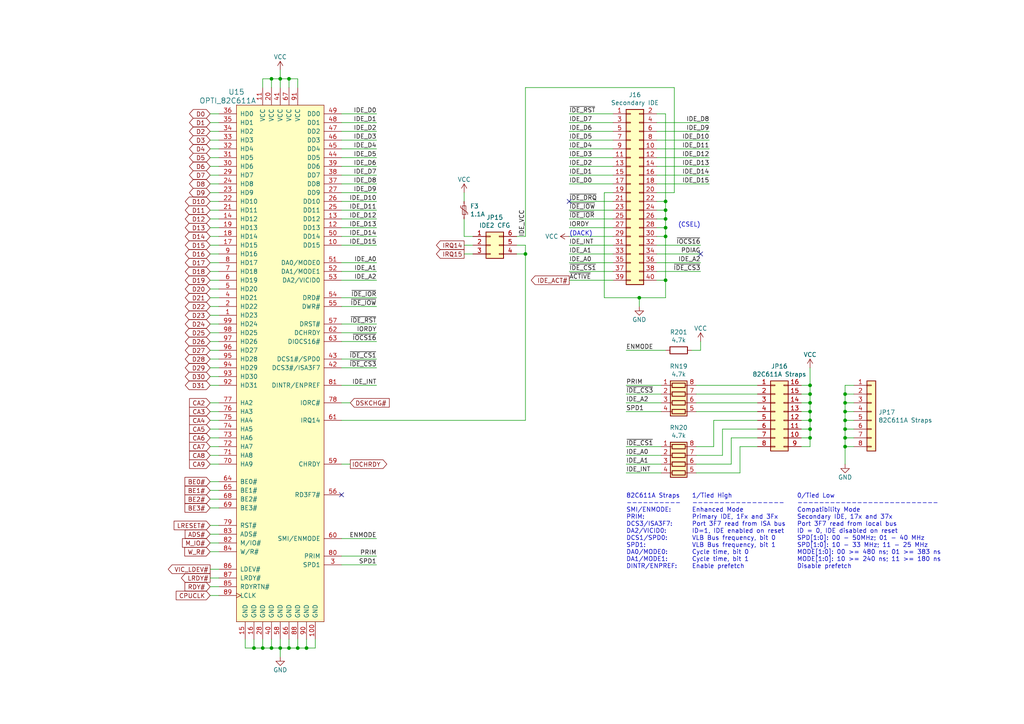
<source format=kicad_sch>
(kicad_sch (version 20211123) (generator eeschema)

  (uuid 9016872b-f4eb-46f2-af63-dddde3fdf79b)

  (paper "A4")

  (title_block
    (title "486 Sandy River Motherboard")
  )

  (lib_symbols
    (symbol "Connector_Generic:Conn_01x08" (pin_names (offset 1.016) hide) (in_bom yes) (on_board yes)
      (property "Reference" "J" (id 0) (at 0 10.16 0)
        (effects (font (size 1.27 1.27)))
      )
      (property "Value" "Conn_01x08" (id 1) (at 0 -12.7 0)
        (effects (font (size 1.27 1.27)))
      )
      (property "Footprint" "" (id 2) (at 0 0 0)
        (effects (font (size 1.27 1.27)) hide)
      )
      (property "Datasheet" "~" (id 3) (at 0 0 0)
        (effects (font (size 1.27 1.27)) hide)
      )
      (property "ki_keywords" "connector" (id 4) (at 0 0 0)
        (effects (font (size 1.27 1.27)) hide)
      )
      (property "ki_description" "Generic connector, single row, 01x08, script generated (kicad-library-utils/schlib/autogen/connector/)" (id 5) (at 0 0 0)
        (effects (font (size 1.27 1.27)) hide)
      )
      (property "ki_fp_filters" "Connector*:*_1x??_*" (id 6) (at 0 0 0)
        (effects (font (size 1.27 1.27)) hide)
      )
      (symbol "Conn_01x08_1_1"
        (rectangle (start -1.27 -10.033) (end 0 -10.287)
          (stroke (width 0.1524) (type default) (color 0 0 0 0))
          (fill (type none))
        )
        (rectangle (start -1.27 -7.493) (end 0 -7.747)
          (stroke (width 0.1524) (type default) (color 0 0 0 0))
          (fill (type none))
        )
        (rectangle (start -1.27 -4.953) (end 0 -5.207)
          (stroke (width 0.1524) (type default) (color 0 0 0 0))
          (fill (type none))
        )
        (rectangle (start -1.27 -2.413) (end 0 -2.667)
          (stroke (width 0.1524) (type default) (color 0 0 0 0))
          (fill (type none))
        )
        (rectangle (start -1.27 0.127) (end 0 -0.127)
          (stroke (width 0.1524) (type default) (color 0 0 0 0))
          (fill (type none))
        )
        (rectangle (start -1.27 2.667) (end 0 2.413)
          (stroke (width 0.1524) (type default) (color 0 0 0 0))
          (fill (type none))
        )
        (rectangle (start -1.27 5.207) (end 0 4.953)
          (stroke (width 0.1524) (type default) (color 0 0 0 0))
          (fill (type none))
        )
        (rectangle (start -1.27 7.747) (end 0 7.493)
          (stroke (width 0.1524) (type default) (color 0 0 0 0))
          (fill (type none))
        )
        (rectangle (start -1.27 8.89) (end 1.27 -11.43)
          (stroke (width 0.254) (type default) (color 0 0 0 0))
          (fill (type background))
        )
        (pin passive line (at -5.08 7.62 0) (length 3.81)
          (name "Pin_1" (effects (font (size 1.27 1.27))))
          (number "1" (effects (font (size 1.27 1.27))))
        )
        (pin passive line (at -5.08 5.08 0) (length 3.81)
          (name "Pin_2" (effects (font (size 1.27 1.27))))
          (number "2" (effects (font (size 1.27 1.27))))
        )
        (pin passive line (at -5.08 2.54 0) (length 3.81)
          (name "Pin_3" (effects (font (size 1.27 1.27))))
          (number "3" (effects (font (size 1.27 1.27))))
        )
        (pin passive line (at -5.08 0 0) (length 3.81)
          (name "Pin_4" (effects (font (size 1.27 1.27))))
          (number "4" (effects (font (size 1.27 1.27))))
        )
        (pin passive line (at -5.08 -2.54 0) (length 3.81)
          (name "Pin_5" (effects (font (size 1.27 1.27))))
          (number "5" (effects (font (size 1.27 1.27))))
        )
        (pin passive line (at -5.08 -5.08 0) (length 3.81)
          (name "Pin_6" (effects (font (size 1.27 1.27))))
          (number "6" (effects (font (size 1.27 1.27))))
        )
        (pin passive line (at -5.08 -7.62 0) (length 3.81)
          (name "Pin_7" (effects (font (size 1.27 1.27))))
          (number "7" (effects (font (size 1.27 1.27))))
        )
        (pin passive line (at -5.08 -10.16 0) (length 3.81)
          (name "Pin_8" (effects (font (size 1.27 1.27))))
          (number "8" (effects (font (size 1.27 1.27))))
        )
      )
    )
    (symbol "Connector_Generic:Conn_02x03_Counter_Clockwise" (pin_names (offset 1.016) hide) (in_bom yes) (on_board yes)
      (property "Reference" "J" (id 0) (at 1.27 5.08 0)
        (effects (font (size 1.27 1.27)))
      )
      (property "Value" "Conn_02x03_Counter_Clockwise" (id 1) (at 1.27 -5.08 0)
        (effects (font (size 1.27 1.27)))
      )
      (property "Footprint" "" (id 2) (at 0 0 0)
        (effects (font (size 1.27 1.27)) hide)
      )
      (property "Datasheet" "~" (id 3) (at 0 0 0)
        (effects (font (size 1.27 1.27)) hide)
      )
      (property "ki_keywords" "connector" (id 4) (at 0 0 0)
        (effects (font (size 1.27 1.27)) hide)
      )
      (property "ki_description" "Generic connector, double row, 02x03, counter clockwise pin numbering scheme (similar to DIP packge numbering), script generated (kicad-library-utils/schlib/autogen/connector/)" (id 5) (at 0 0 0)
        (effects (font (size 1.27 1.27)) hide)
      )
      (property "ki_fp_filters" "Connector*:*_2x??_*" (id 6) (at 0 0 0)
        (effects (font (size 1.27 1.27)) hide)
      )
      (symbol "Conn_02x03_Counter_Clockwise_1_1"
        (rectangle (start -1.27 -2.413) (end 0 -2.667)
          (stroke (width 0.1524) (type default) (color 0 0 0 0))
          (fill (type none))
        )
        (rectangle (start -1.27 0.127) (end 0 -0.127)
          (stroke (width 0.1524) (type default) (color 0 0 0 0))
          (fill (type none))
        )
        (rectangle (start -1.27 2.667) (end 0 2.413)
          (stroke (width 0.1524) (type default) (color 0 0 0 0))
          (fill (type none))
        )
        (rectangle (start -1.27 3.81) (end 3.81 -3.81)
          (stroke (width 0.254) (type default) (color 0 0 0 0))
          (fill (type background))
        )
        (rectangle (start 3.81 -2.413) (end 2.54 -2.667)
          (stroke (width 0.1524) (type default) (color 0 0 0 0))
          (fill (type none))
        )
        (rectangle (start 3.81 0.127) (end 2.54 -0.127)
          (stroke (width 0.1524) (type default) (color 0 0 0 0))
          (fill (type none))
        )
        (rectangle (start 3.81 2.667) (end 2.54 2.413)
          (stroke (width 0.1524) (type default) (color 0 0 0 0))
          (fill (type none))
        )
        (pin passive line (at -5.08 2.54 0) (length 3.81)
          (name "Pin_1" (effects (font (size 1.27 1.27))))
          (number "1" (effects (font (size 1.27 1.27))))
        )
        (pin passive line (at -5.08 0 0) (length 3.81)
          (name "Pin_2" (effects (font (size 1.27 1.27))))
          (number "2" (effects (font (size 1.27 1.27))))
        )
        (pin passive line (at -5.08 -2.54 0) (length 3.81)
          (name "Pin_3" (effects (font (size 1.27 1.27))))
          (number "3" (effects (font (size 1.27 1.27))))
        )
        (pin passive line (at 7.62 -2.54 180) (length 3.81)
          (name "Pin_4" (effects (font (size 1.27 1.27))))
          (number "4" (effects (font (size 1.27 1.27))))
        )
        (pin passive line (at 7.62 0 180) (length 3.81)
          (name "Pin_5" (effects (font (size 1.27 1.27))))
          (number "5" (effects (font (size 1.27 1.27))))
        )
        (pin passive line (at 7.62 2.54 180) (length 3.81)
          (name "Pin_6" (effects (font (size 1.27 1.27))))
          (number "6" (effects (font (size 1.27 1.27))))
        )
      )
    )
    (symbol "Connector_Generic:Conn_02x08_Counter_Clockwise" (pin_names (offset 1.016) hide) (in_bom yes) (on_board yes)
      (property "Reference" "J" (id 0) (at 1.27 10.16 0)
        (effects (font (size 1.27 1.27)))
      )
      (property "Value" "Conn_02x08_Counter_Clockwise" (id 1) (at 1.27 -12.7 0)
        (effects (font (size 1.27 1.27)))
      )
      (property "Footprint" "" (id 2) (at 0 0 0)
        (effects (font (size 1.27 1.27)) hide)
      )
      (property "Datasheet" "~" (id 3) (at 0 0 0)
        (effects (font (size 1.27 1.27)) hide)
      )
      (property "ki_keywords" "connector" (id 4) (at 0 0 0)
        (effects (font (size 1.27 1.27)) hide)
      )
      (property "ki_description" "Generic connector, double row, 02x08, counter clockwise pin numbering scheme (similar to DIP packge numbering), script generated (kicad-library-utils/schlib/autogen/connector/)" (id 5) (at 0 0 0)
        (effects (font (size 1.27 1.27)) hide)
      )
      (property "ki_fp_filters" "Connector*:*_2x??_*" (id 6) (at 0 0 0)
        (effects (font (size 1.27 1.27)) hide)
      )
      (symbol "Conn_02x08_Counter_Clockwise_1_1"
        (rectangle (start -1.27 -10.033) (end 0 -10.287)
          (stroke (width 0.1524) (type default) (color 0 0 0 0))
          (fill (type none))
        )
        (rectangle (start -1.27 -7.493) (end 0 -7.747)
          (stroke (width 0.1524) (type default) (color 0 0 0 0))
          (fill (type none))
        )
        (rectangle (start -1.27 -4.953) (end 0 -5.207)
          (stroke (width 0.1524) (type default) (color 0 0 0 0))
          (fill (type none))
        )
        (rectangle (start -1.27 -2.413) (end 0 -2.667)
          (stroke (width 0.1524) (type default) (color 0 0 0 0))
          (fill (type none))
        )
        (rectangle (start -1.27 0.127) (end 0 -0.127)
          (stroke (width 0.1524) (type default) (color 0 0 0 0))
          (fill (type none))
        )
        (rectangle (start -1.27 2.667) (end 0 2.413)
          (stroke (width 0.1524) (type default) (color 0 0 0 0))
          (fill (type none))
        )
        (rectangle (start -1.27 5.207) (end 0 4.953)
          (stroke (width 0.1524) (type default) (color 0 0 0 0))
          (fill (type none))
        )
        (rectangle (start -1.27 7.747) (end 0 7.493)
          (stroke (width 0.1524) (type default) (color 0 0 0 0))
          (fill (type none))
        )
        (rectangle (start -1.27 8.89) (end 3.81 -11.43)
          (stroke (width 0.254) (type default) (color 0 0 0 0))
          (fill (type background))
        )
        (rectangle (start 3.81 -10.033) (end 2.54 -10.287)
          (stroke (width 0.1524) (type default) (color 0 0 0 0))
          (fill (type none))
        )
        (rectangle (start 3.81 -7.493) (end 2.54 -7.747)
          (stroke (width 0.1524) (type default) (color 0 0 0 0))
          (fill (type none))
        )
        (rectangle (start 3.81 -4.953) (end 2.54 -5.207)
          (stroke (width 0.1524) (type default) (color 0 0 0 0))
          (fill (type none))
        )
        (rectangle (start 3.81 -2.413) (end 2.54 -2.667)
          (stroke (width 0.1524) (type default) (color 0 0 0 0))
          (fill (type none))
        )
        (rectangle (start 3.81 0.127) (end 2.54 -0.127)
          (stroke (width 0.1524) (type default) (color 0 0 0 0))
          (fill (type none))
        )
        (rectangle (start 3.81 2.667) (end 2.54 2.413)
          (stroke (width 0.1524) (type default) (color 0 0 0 0))
          (fill (type none))
        )
        (rectangle (start 3.81 5.207) (end 2.54 4.953)
          (stroke (width 0.1524) (type default) (color 0 0 0 0))
          (fill (type none))
        )
        (rectangle (start 3.81 7.747) (end 2.54 7.493)
          (stroke (width 0.1524) (type default) (color 0 0 0 0))
          (fill (type none))
        )
        (pin passive line (at -5.08 7.62 0) (length 3.81)
          (name "Pin_1" (effects (font (size 1.27 1.27))))
          (number "1" (effects (font (size 1.27 1.27))))
        )
        (pin passive line (at 7.62 -7.62 180) (length 3.81)
          (name "Pin_10" (effects (font (size 1.27 1.27))))
          (number "10" (effects (font (size 1.27 1.27))))
        )
        (pin passive line (at 7.62 -5.08 180) (length 3.81)
          (name "Pin_11" (effects (font (size 1.27 1.27))))
          (number "11" (effects (font (size 1.27 1.27))))
        )
        (pin passive line (at 7.62 -2.54 180) (length 3.81)
          (name "Pin_12" (effects (font (size 1.27 1.27))))
          (number "12" (effects (font (size 1.27 1.27))))
        )
        (pin passive line (at 7.62 0 180) (length 3.81)
          (name "Pin_13" (effects (font (size 1.27 1.27))))
          (number "13" (effects (font (size 1.27 1.27))))
        )
        (pin passive line (at 7.62 2.54 180) (length 3.81)
          (name "Pin_14" (effects (font (size 1.27 1.27))))
          (number "14" (effects (font (size 1.27 1.27))))
        )
        (pin passive line (at 7.62 5.08 180) (length 3.81)
          (name "Pin_15" (effects (font (size 1.27 1.27))))
          (number "15" (effects (font (size 1.27 1.27))))
        )
        (pin passive line (at 7.62 7.62 180) (length 3.81)
          (name "Pin_16" (effects (font (size 1.27 1.27))))
          (number "16" (effects (font (size 1.27 1.27))))
        )
        (pin passive line (at -5.08 5.08 0) (length 3.81)
          (name "Pin_2" (effects (font (size 1.27 1.27))))
          (number "2" (effects (font (size 1.27 1.27))))
        )
        (pin passive line (at -5.08 2.54 0) (length 3.81)
          (name "Pin_3" (effects (font (size 1.27 1.27))))
          (number "3" (effects (font (size 1.27 1.27))))
        )
        (pin passive line (at -5.08 0 0) (length 3.81)
          (name "Pin_4" (effects (font (size 1.27 1.27))))
          (number "4" (effects (font (size 1.27 1.27))))
        )
        (pin passive line (at -5.08 -2.54 0) (length 3.81)
          (name "Pin_5" (effects (font (size 1.27 1.27))))
          (number "5" (effects (font (size 1.27 1.27))))
        )
        (pin passive line (at -5.08 -5.08 0) (length 3.81)
          (name "Pin_6" (effects (font (size 1.27 1.27))))
          (number "6" (effects (font (size 1.27 1.27))))
        )
        (pin passive line (at -5.08 -7.62 0) (length 3.81)
          (name "Pin_7" (effects (font (size 1.27 1.27))))
          (number "7" (effects (font (size 1.27 1.27))))
        )
        (pin passive line (at -5.08 -10.16 0) (length 3.81)
          (name "Pin_8" (effects (font (size 1.27 1.27))))
          (number "8" (effects (font (size 1.27 1.27))))
        )
        (pin passive line (at 7.62 -10.16 180) (length 3.81)
          (name "Pin_9" (effects (font (size 1.27 1.27))))
          (number "9" (effects (font (size 1.27 1.27))))
        )
      )
    )
    (symbol "Connector_Generic:Conn_02x20_Odd_Even" (pin_names (offset 1.016) hide) (in_bom yes) (on_board yes)
      (property "Reference" "J" (id 0) (at 1.27 25.4 0)
        (effects (font (size 1.27 1.27)))
      )
      (property "Value" "Conn_02x20_Odd_Even" (id 1) (at 1.27 -27.94 0)
        (effects (font (size 1.27 1.27)))
      )
      (property "Footprint" "" (id 2) (at 0 0 0)
        (effects (font (size 1.27 1.27)) hide)
      )
      (property "Datasheet" "~" (id 3) (at 0 0 0)
        (effects (font (size 1.27 1.27)) hide)
      )
      (property "ki_keywords" "connector" (id 4) (at 0 0 0)
        (effects (font (size 1.27 1.27)) hide)
      )
      (property "ki_description" "Generic connector, double row, 02x20, odd/even pin numbering scheme (row 1 odd numbers, row 2 even numbers), script generated (kicad-library-utils/schlib/autogen/connector/)" (id 5) (at 0 0 0)
        (effects (font (size 1.27 1.27)) hide)
      )
      (property "ki_fp_filters" "Connector*:*_2x??_*" (id 6) (at 0 0 0)
        (effects (font (size 1.27 1.27)) hide)
      )
      (symbol "Conn_02x20_Odd_Even_1_1"
        (rectangle (start -1.27 -25.273) (end 0 -25.527)
          (stroke (width 0.1524) (type default) (color 0 0 0 0))
          (fill (type none))
        )
        (rectangle (start -1.27 -22.733) (end 0 -22.987)
          (stroke (width 0.1524) (type default) (color 0 0 0 0))
          (fill (type none))
        )
        (rectangle (start -1.27 -20.193) (end 0 -20.447)
          (stroke (width 0.1524) (type default) (color 0 0 0 0))
          (fill (type none))
        )
        (rectangle (start -1.27 -17.653) (end 0 -17.907)
          (stroke (width 0.1524) (type default) (color 0 0 0 0))
          (fill (type none))
        )
        (rectangle (start -1.27 -15.113) (end 0 -15.367)
          (stroke (width 0.1524) (type default) (color 0 0 0 0))
          (fill (type none))
        )
        (rectangle (start -1.27 -12.573) (end 0 -12.827)
          (stroke (width 0.1524) (type default) (color 0 0 0 0))
          (fill (type none))
        )
        (rectangle (start -1.27 -10.033) (end 0 -10.287)
          (stroke (width 0.1524) (type default) (color 0 0 0 0))
          (fill (type none))
        )
        (rectangle (start -1.27 -7.493) (end 0 -7.747)
          (stroke (width 0.1524) (type default) (color 0 0 0 0))
          (fill (type none))
        )
        (rectangle (start -1.27 -4.953) (end 0 -5.207)
          (stroke (width 0.1524) (type default) (color 0 0 0 0))
          (fill (type none))
        )
        (rectangle (start -1.27 -2.413) (end 0 -2.667)
          (stroke (width 0.1524) (type default) (color 0 0 0 0))
          (fill (type none))
        )
        (rectangle (start -1.27 0.127) (end 0 -0.127)
          (stroke (width 0.1524) (type default) (color 0 0 0 0))
          (fill (type none))
        )
        (rectangle (start -1.27 2.667) (end 0 2.413)
          (stroke (width 0.1524) (type default) (color 0 0 0 0))
          (fill (type none))
        )
        (rectangle (start -1.27 5.207) (end 0 4.953)
          (stroke (width 0.1524) (type default) (color 0 0 0 0))
          (fill (type none))
        )
        (rectangle (start -1.27 7.747) (end 0 7.493)
          (stroke (width 0.1524) (type default) (color 0 0 0 0))
          (fill (type none))
        )
        (rectangle (start -1.27 10.287) (end 0 10.033)
          (stroke (width 0.1524) (type default) (color 0 0 0 0))
          (fill (type none))
        )
        (rectangle (start -1.27 12.827) (end 0 12.573)
          (stroke (width 0.1524) (type default) (color 0 0 0 0))
          (fill (type none))
        )
        (rectangle (start -1.27 15.367) (end 0 15.113)
          (stroke (width 0.1524) (type default) (color 0 0 0 0))
          (fill (type none))
        )
        (rectangle (start -1.27 17.907) (end 0 17.653)
          (stroke (width 0.1524) (type default) (color 0 0 0 0))
          (fill (type none))
        )
        (rectangle (start -1.27 20.447) (end 0 20.193)
          (stroke (width 0.1524) (type default) (color 0 0 0 0))
          (fill (type none))
        )
        (rectangle (start -1.27 22.987) (end 0 22.733)
          (stroke (width 0.1524) (type default) (color 0 0 0 0))
          (fill (type none))
        )
        (rectangle (start -1.27 24.13) (end 3.81 -26.67)
          (stroke (width 0.254) (type default) (color 0 0 0 0))
          (fill (type background))
        )
        (rectangle (start 3.81 -25.273) (end 2.54 -25.527)
          (stroke (width 0.1524) (type default) (color 0 0 0 0))
          (fill (type none))
        )
        (rectangle (start 3.81 -22.733) (end 2.54 -22.987)
          (stroke (width 0.1524) (type default) (color 0 0 0 0))
          (fill (type none))
        )
        (rectangle (start 3.81 -20.193) (end 2.54 -20.447)
          (stroke (width 0.1524) (type default) (color 0 0 0 0))
          (fill (type none))
        )
        (rectangle (start 3.81 -17.653) (end 2.54 -17.907)
          (stroke (width 0.1524) (type default) (color 0 0 0 0))
          (fill (type none))
        )
        (rectangle (start 3.81 -15.113) (end 2.54 -15.367)
          (stroke (width 0.1524) (type default) (color 0 0 0 0))
          (fill (type none))
        )
        (rectangle (start 3.81 -12.573) (end 2.54 -12.827)
          (stroke (width 0.1524) (type default) (color 0 0 0 0))
          (fill (type none))
        )
        (rectangle (start 3.81 -10.033) (end 2.54 -10.287)
          (stroke (width 0.1524) (type default) (color 0 0 0 0))
          (fill (type none))
        )
        (rectangle (start 3.81 -7.493) (end 2.54 -7.747)
          (stroke (width 0.1524) (type default) (color 0 0 0 0))
          (fill (type none))
        )
        (rectangle (start 3.81 -4.953) (end 2.54 -5.207)
          (stroke (width 0.1524) (type default) (color 0 0 0 0))
          (fill (type none))
        )
        (rectangle (start 3.81 -2.413) (end 2.54 -2.667)
          (stroke (width 0.1524) (type default) (color 0 0 0 0))
          (fill (type none))
        )
        (rectangle (start 3.81 0.127) (end 2.54 -0.127)
          (stroke (width 0.1524) (type default) (color 0 0 0 0))
          (fill (type none))
        )
        (rectangle (start 3.81 2.667) (end 2.54 2.413)
          (stroke (width 0.1524) (type default) (color 0 0 0 0))
          (fill (type none))
        )
        (rectangle (start 3.81 5.207) (end 2.54 4.953)
          (stroke (width 0.1524) (type default) (color 0 0 0 0))
          (fill (type none))
        )
        (rectangle (start 3.81 7.747) (end 2.54 7.493)
          (stroke (width 0.1524) (type default) (color 0 0 0 0))
          (fill (type none))
        )
        (rectangle (start 3.81 10.287) (end 2.54 10.033)
          (stroke (width 0.1524) (type default) (color 0 0 0 0))
          (fill (type none))
        )
        (rectangle (start 3.81 12.827) (end 2.54 12.573)
          (stroke (width 0.1524) (type default) (color 0 0 0 0))
          (fill (type none))
        )
        (rectangle (start 3.81 15.367) (end 2.54 15.113)
          (stroke (width 0.1524) (type default) (color 0 0 0 0))
          (fill (type none))
        )
        (rectangle (start 3.81 17.907) (end 2.54 17.653)
          (stroke (width 0.1524) (type default) (color 0 0 0 0))
          (fill (type none))
        )
        (rectangle (start 3.81 20.447) (end 2.54 20.193)
          (stroke (width 0.1524) (type default) (color 0 0 0 0))
          (fill (type none))
        )
        (rectangle (start 3.81 22.987) (end 2.54 22.733)
          (stroke (width 0.1524) (type default) (color 0 0 0 0))
          (fill (type none))
        )
        (pin passive line (at -5.08 22.86 0) (length 3.81)
          (name "Pin_1" (effects (font (size 1.27 1.27))))
          (number "1" (effects (font (size 1.27 1.27))))
        )
        (pin passive line (at 7.62 12.7 180) (length 3.81)
          (name "Pin_10" (effects (font (size 1.27 1.27))))
          (number "10" (effects (font (size 1.27 1.27))))
        )
        (pin passive line (at -5.08 10.16 0) (length 3.81)
          (name "Pin_11" (effects (font (size 1.27 1.27))))
          (number "11" (effects (font (size 1.27 1.27))))
        )
        (pin passive line (at 7.62 10.16 180) (length 3.81)
          (name "Pin_12" (effects (font (size 1.27 1.27))))
          (number "12" (effects (font (size 1.27 1.27))))
        )
        (pin passive line (at -5.08 7.62 0) (length 3.81)
          (name "Pin_13" (effects (font (size 1.27 1.27))))
          (number "13" (effects (font (size 1.27 1.27))))
        )
        (pin passive line (at 7.62 7.62 180) (length 3.81)
          (name "Pin_14" (effects (font (size 1.27 1.27))))
          (number "14" (effects (font (size 1.27 1.27))))
        )
        (pin passive line (at -5.08 5.08 0) (length 3.81)
          (name "Pin_15" (effects (font (size 1.27 1.27))))
          (number "15" (effects (font (size 1.27 1.27))))
        )
        (pin passive line (at 7.62 5.08 180) (length 3.81)
          (name "Pin_16" (effects (font (size 1.27 1.27))))
          (number "16" (effects (font (size 1.27 1.27))))
        )
        (pin passive line (at -5.08 2.54 0) (length 3.81)
          (name "Pin_17" (effects (font (size 1.27 1.27))))
          (number "17" (effects (font (size 1.27 1.27))))
        )
        (pin passive line (at 7.62 2.54 180) (length 3.81)
          (name "Pin_18" (effects (font (size 1.27 1.27))))
          (number "18" (effects (font (size 1.27 1.27))))
        )
        (pin passive line (at -5.08 0 0) (length 3.81)
          (name "Pin_19" (effects (font (size 1.27 1.27))))
          (number "19" (effects (font (size 1.27 1.27))))
        )
        (pin passive line (at 7.62 22.86 180) (length 3.81)
          (name "Pin_2" (effects (font (size 1.27 1.27))))
          (number "2" (effects (font (size 1.27 1.27))))
        )
        (pin passive line (at 7.62 0 180) (length 3.81)
          (name "Pin_20" (effects (font (size 1.27 1.27))))
          (number "20" (effects (font (size 1.27 1.27))))
        )
        (pin passive line (at -5.08 -2.54 0) (length 3.81)
          (name "Pin_21" (effects (font (size 1.27 1.27))))
          (number "21" (effects (font (size 1.27 1.27))))
        )
        (pin passive line (at 7.62 -2.54 180) (length 3.81)
          (name "Pin_22" (effects (font (size 1.27 1.27))))
          (number "22" (effects (font (size 1.27 1.27))))
        )
        (pin passive line (at -5.08 -5.08 0) (length 3.81)
          (name "Pin_23" (effects (font (size 1.27 1.27))))
          (number "23" (effects (font (size 1.27 1.27))))
        )
        (pin passive line (at 7.62 -5.08 180) (length 3.81)
          (name "Pin_24" (effects (font (size 1.27 1.27))))
          (number "24" (effects (font (size 1.27 1.27))))
        )
        (pin passive line (at -5.08 -7.62 0) (length 3.81)
          (name "Pin_25" (effects (font (size 1.27 1.27))))
          (number "25" (effects (font (size 1.27 1.27))))
        )
        (pin passive line (at 7.62 -7.62 180) (length 3.81)
          (name "Pin_26" (effects (font (size 1.27 1.27))))
          (number "26" (effects (font (size 1.27 1.27))))
        )
        (pin passive line (at -5.08 -10.16 0) (length 3.81)
          (name "Pin_27" (effects (font (size 1.27 1.27))))
          (number "27" (effects (font (size 1.27 1.27))))
        )
        (pin passive line (at 7.62 -10.16 180) (length 3.81)
          (name "Pin_28" (effects (font (size 1.27 1.27))))
          (number "28" (effects (font (size 1.27 1.27))))
        )
        (pin passive line (at -5.08 -12.7 0) (length 3.81)
          (name "Pin_29" (effects (font (size 1.27 1.27))))
          (number "29" (effects (font (size 1.27 1.27))))
        )
        (pin passive line (at -5.08 20.32 0) (length 3.81)
          (name "Pin_3" (effects (font (size 1.27 1.27))))
          (number "3" (effects (font (size 1.27 1.27))))
        )
        (pin passive line (at 7.62 -12.7 180) (length 3.81)
          (name "Pin_30" (effects (font (size 1.27 1.27))))
          (number "30" (effects (font (size 1.27 1.27))))
        )
        (pin passive line (at -5.08 -15.24 0) (length 3.81)
          (name "Pin_31" (effects (font (size 1.27 1.27))))
          (number "31" (effects (font (size 1.27 1.27))))
        )
        (pin passive line (at 7.62 -15.24 180) (length 3.81)
          (name "Pin_32" (effects (font (size 1.27 1.27))))
          (number "32" (effects (font (size 1.27 1.27))))
        )
        (pin passive line (at -5.08 -17.78 0) (length 3.81)
          (name "Pin_33" (effects (font (size 1.27 1.27))))
          (number "33" (effects (font (size 1.27 1.27))))
        )
        (pin passive line (at 7.62 -17.78 180) (length 3.81)
          (name "Pin_34" (effects (font (size 1.27 1.27))))
          (number "34" (effects (font (size 1.27 1.27))))
        )
        (pin passive line (at -5.08 -20.32 0) (length 3.81)
          (name "Pin_35" (effects (font (size 1.27 1.27))))
          (number "35" (effects (font (size 1.27 1.27))))
        )
        (pin passive line (at 7.62 -20.32 180) (length 3.81)
          (name "Pin_36" (effects (font (size 1.27 1.27))))
          (number "36" (effects (font (size 1.27 1.27))))
        )
        (pin passive line (at -5.08 -22.86 0) (length 3.81)
          (name "Pin_37" (effects (font (size 1.27 1.27))))
          (number "37" (effects (font (size 1.27 1.27))))
        )
        (pin passive line (at 7.62 -22.86 180) (length 3.81)
          (name "Pin_38" (effects (font (size 1.27 1.27))))
          (number "38" (effects (font (size 1.27 1.27))))
        )
        (pin passive line (at -5.08 -25.4 0) (length 3.81)
          (name "Pin_39" (effects (font (size 1.27 1.27))))
          (number "39" (effects (font (size 1.27 1.27))))
        )
        (pin passive line (at 7.62 20.32 180) (length 3.81)
          (name "Pin_4" (effects (font (size 1.27 1.27))))
          (number "4" (effects (font (size 1.27 1.27))))
        )
        (pin passive line (at 7.62 -25.4 180) (length 3.81)
          (name "Pin_40" (effects (font (size 1.27 1.27))))
          (number "40" (effects (font (size 1.27 1.27))))
        )
        (pin passive line (at -5.08 17.78 0) (length 3.81)
          (name "Pin_5" (effects (font (size 1.27 1.27))))
          (number "5" (effects (font (size 1.27 1.27))))
        )
        (pin passive line (at 7.62 17.78 180) (length 3.81)
          (name "Pin_6" (effects (font (size 1.27 1.27))))
          (number "6" (effects (font (size 1.27 1.27))))
        )
        (pin passive line (at -5.08 15.24 0) (length 3.81)
          (name "Pin_7" (effects (font (size 1.27 1.27))))
          (number "7" (effects (font (size 1.27 1.27))))
        )
        (pin passive line (at 7.62 15.24 180) (length 3.81)
          (name "Pin_8" (effects (font (size 1.27 1.27))))
          (number "8" (effects (font (size 1.27 1.27))))
        )
        (pin passive line (at -5.08 12.7 0) (length 3.81)
          (name "Pin_9" (effects (font (size 1.27 1.27))))
          (number "9" (effects (font (size 1.27 1.27))))
        )
      )
    )
    (symbol "Device:Polyfuse_Small" (pin_numbers hide) (pin_names (offset 0)) (in_bom yes) (on_board yes)
      (property "Reference" "F" (id 0) (at -1.905 0 90)
        (effects (font (size 1.27 1.27)))
      )
      (property "Value" "Polyfuse_Small" (id 1) (at 1.905 0 90)
        (effects (font (size 1.27 1.27)))
      )
      (property "Footprint" "" (id 2) (at 1.27 -5.08 0)
        (effects (font (size 1.27 1.27)) (justify left) hide)
      )
      (property "Datasheet" "~" (id 3) (at 0 0 0)
        (effects (font (size 1.27 1.27)) hide)
      )
      (property "ki_keywords" "resettable fuse PTC PPTC polyfuse polyswitch" (id 4) (at 0 0 0)
        (effects (font (size 1.27 1.27)) hide)
      )
      (property "ki_description" "Resettable fuse, polymeric positive temperature coefficient, small symbol" (id 5) (at 0 0 0)
        (effects (font (size 1.27 1.27)) hide)
      )
      (property "ki_fp_filters" "*polyfuse* *PTC*" (id 6) (at 0 0 0)
        (effects (font (size 1.27 1.27)) hide)
      )
      (symbol "Polyfuse_Small_0_1"
        (rectangle (start -0.508 1.27) (end 0.508 -1.27)
          (stroke (width 0) (type default) (color 0 0 0 0))
          (fill (type none))
        )
        (polyline
          (pts
            (xy 0 2.54)
            (xy 0 -2.54)
          )
          (stroke (width 0) (type default) (color 0 0 0 0))
          (fill (type none))
        )
        (polyline
          (pts
            (xy -1.016 1.27)
            (xy -1.016 0.762)
            (xy 1.016 -0.762)
            (xy 1.016 -1.27)
          )
          (stroke (width 0) (type default) (color 0 0 0 0))
          (fill (type none))
        )
      )
      (symbol "Polyfuse_Small_1_1"
        (pin passive line (at 0 2.54 270) (length 0.635)
          (name "~" (effects (font (size 1.27 1.27))))
          (number "1" (effects (font (size 1.27 1.27))))
        )
        (pin passive line (at 0 -2.54 90) (length 0.635)
          (name "~" (effects (font (size 1.27 1.27))))
          (number "2" (effects (font (size 1.27 1.27))))
        )
      )
    )
    (symbol "Device:R" (pin_numbers hide) (pin_names (offset 0)) (in_bom yes) (on_board yes)
      (property "Reference" "R" (id 0) (at 2.032 0 90)
        (effects (font (size 1.27 1.27)))
      )
      (property "Value" "R" (id 1) (at 0 0 90)
        (effects (font (size 1.27 1.27)))
      )
      (property "Footprint" "" (id 2) (at -1.778 0 90)
        (effects (font (size 1.27 1.27)) hide)
      )
      (property "Datasheet" "~" (id 3) (at 0 0 0)
        (effects (font (size 1.27 1.27)) hide)
      )
      (property "ki_keywords" "R res resistor" (id 4) (at 0 0 0)
        (effects (font (size 1.27 1.27)) hide)
      )
      (property "ki_description" "Resistor" (id 5) (at 0 0 0)
        (effects (font (size 1.27 1.27)) hide)
      )
      (property "ki_fp_filters" "R_*" (id 6) (at 0 0 0)
        (effects (font (size 1.27 1.27)) hide)
      )
      (symbol "R_0_1"
        (rectangle (start -1.016 -2.54) (end 1.016 2.54)
          (stroke (width 0.254) (type default) (color 0 0 0 0))
          (fill (type none))
        )
      )
      (symbol "R_1_1"
        (pin passive line (at 0 3.81 270) (length 1.27)
          (name "~" (effects (font (size 1.27 1.27))))
          (number "1" (effects (font (size 1.27 1.27))))
        )
        (pin passive line (at 0 -3.81 90) (length 1.27)
          (name "~" (effects (font (size 1.27 1.27))))
          (number "2" (effects (font (size 1.27 1.27))))
        )
      )
    )
    (symbol "Device:R_Pack04" (pin_names (offset 0) hide) (in_bom yes) (on_board yes)
      (property "Reference" "RN" (id 0) (at -7.62 0 90)
        (effects (font (size 1.27 1.27)))
      )
      (property "Value" "R_Pack04" (id 1) (at 5.08 0 90)
        (effects (font (size 1.27 1.27)))
      )
      (property "Footprint" "" (id 2) (at 6.985 0 90)
        (effects (font (size 1.27 1.27)) hide)
      )
      (property "Datasheet" "~" (id 3) (at 0 0 0)
        (effects (font (size 1.27 1.27)) hide)
      )
      (property "ki_keywords" "R network parallel topology isolated" (id 4) (at 0 0 0)
        (effects (font (size 1.27 1.27)) hide)
      )
      (property "ki_description" "4 resistor network, parallel topology" (id 5) (at 0 0 0)
        (effects (font (size 1.27 1.27)) hide)
      )
      (property "ki_fp_filters" "DIP* SOIC* R*Array*Concave* R*Array*Convex*" (id 6) (at 0 0 0)
        (effects (font (size 1.27 1.27)) hide)
      )
      (symbol "R_Pack04_0_1"
        (rectangle (start -6.35 -2.413) (end 3.81 2.413)
          (stroke (width 0.254) (type default) (color 0 0 0 0))
          (fill (type background))
        )
        (rectangle (start -5.715 1.905) (end -4.445 -1.905)
          (stroke (width 0.254) (type default) (color 0 0 0 0))
          (fill (type none))
        )
        (rectangle (start -3.175 1.905) (end -1.905 -1.905)
          (stroke (width 0.254) (type default) (color 0 0 0 0))
          (fill (type none))
        )
        (rectangle (start -0.635 1.905) (end 0.635 -1.905)
          (stroke (width 0.254) (type default) (color 0 0 0 0))
          (fill (type none))
        )
        (polyline
          (pts
            (xy -5.08 -2.54)
            (xy -5.08 -1.905)
          )
          (stroke (width 0) (type default) (color 0 0 0 0))
          (fill (type none))
        )
        (polyline
          (pts
            (xy -5.08 1.905)
            (xy -5.08 2.54)
          )
          (stroke (width 0) (type default) (color 0 0 0 0))
          (fill (type none))
        )
        (polyline
          (pts
            (xy -2.54 -2.54)
            (xy -2.54 -1.905)
          )
          (stroke (width 0) (type default) (color 0 0 0 0))
          (fill (type none))
        )
        (polyline
          (pts
            (xy -2.54 1.905)
            (xy -2.54 2.54)
          )
          (stroke (width 0) (type default) (color 0 0 0 0))
          (fill (type none))
        )
        (polyline
          (pts
            (xy 0 -2.54)
            (xy 0 -1.905)
          )
          (stroke (width 0) (type default) (color 0 0 0 0))
          (fill (type none))
        )
        (polyline
          (pts
            (xy 0 1.905)
            (xy 0 2.54)
          )
          (stroke (width 0) (type default) (color 0 0 0 0))
          (fill (type none))
        )
        (polyline
          (pts
            (xy 2.54 -2.54)
            (xy 2.54 -1.905)
          )
          (stroke (width 0) (type default) (color 0 0 0 0))
          (fill (type none))
        )
        (polyline
          (pts
            (xy 2.54 1.905)
            (xy 2.54 2.54)
          )
          (stroke (width 0) (type default) (color 0 0 0 0))
          (fill (type none))
        )
        (rectangle (start 1.905 1.905) (end 3.175 -1.905)
          (stroke (width 0.254) (type default) (color 0 0 0 0))
          (fill (type none))
        )
      )
      (symbol "R_Pack04_1_1"
        (pin passive line (at -5.08 -5.08 90) (length 2.54)
          (name "R1.1" (effects (font (size 1.27 1.27))))
          (number "1" (effects (font (size 1.27 1.27))))
        )
        (pin passive line (at -2.54 -5.08 90) (length 2.54)
          (name "R2.1" (effects (font (size 1.27 1.27))))
          (number "2" (effects (font (size 1.27 1.27))))
        )
        (pin passive line (at 0 -5.08 90) (length 2.54)
          (name "R3.1" (effects (font (size 1.27 1.27))))
          (number "3" (effects (font (size 1.27 1.27))))
        )
        (pin passive line (at 2.54 -5.08 90) (length 2.54)
          (name "R4.1" (effects (font (size 1.27 1.27))))
          (number "4" (effects (font (size 1.27 1.27))))
        )
        (pin passive line (at 2.54 5.08 270) (length 2.54)
          (name "R4.2" (effects (font (size 1.27 1.27))))
          (number "5" (effects (font (size 1.27 1.27))))
        )
        (pin passive line (at 0 5.08 270) (length 2.54)
          (name "R3.2" (effects (font (size 1.27 1.27))))
          (number "6" (effects (font (size 1.27 1.27))))
        )
        (pin passive line (at -2.54 5.08 270) (length 2.54)
          (name "R2.2" (effects (font (size 1.27 1.27))))
          (number "7" (effects (font (size 1.27 1.27))))
        )
        (pin passive line (at -5.08 5.08 270) (length 2.54)
          (name "R1.2" (effects (font (size 1.27 1.27))))
          (number "8" (effects (font (size 1.27 1.27))))
        )
      )
    )
    (symbol "my_components:OPTI_82C611A" (pin_names (offset 1.016)) (in_bom yes) (on_board yes)
      (property "Reference" "U" (id 0) (at -12.7 78.74 0)
        (effects (font (size 1.524 1.524)))
      )
      (property "Value" "OPTI_82C611A" (id 1) (at -15.24 76.2 0)
        (effects (font (size 1.524 1.524)))
      )
      (property "Footprint" "" (id 2) (at 0 36.83 0)
        (effects (font (size 1.524 1.524)))
      )
      (property "Datasheet" "" (id 3) (at 0 36.83 0)
        (effects (font (size 1.524 1.524)))
      )
      (property "ki_keywords" "VESA Local Bus VL IDE Controller VIC" (id 4) (at 0 0 0)
        (effects (font (size 1.27 1.27)) hide)
      )
      (property "ki_description" "VESA Local Bus IDE Controller" (id 5) (at 0 0 0)
        (effects (font (size 1.27 1.27)) hide)
      )
      (symbol "OPTI_82C611A_0_1"
        (rectangle (start 12.7 -74.93) (end -12.7 74.93)
          (stroke (width 0) (type default) (color 0 0 0 0))
          (fill (type background))
        )
      )
      (symbol "OPTI_82C611A_1_1"
        (pin tri_state line (at -17.78 13.97 0) (length 5.08)
          (name "HD23" (effects (font (size 1.27 1.27))))
          (number "1" (effects (font (size 1.27 1.27))))
        )
        (pin tri_state line (at 17.78 34.29 180) (length 5.08)
          (name "DD15" (effects (font (size 1.27 1.27))))
          (number "10" (effects (font (size 1.27 1.27))))
        )
        (pin power_in line (at 10.16 -80.01 90) (length 5.08)
          (name "GND" (effects (font (size 1.27 1.27))))
          (number "100" (effects (font (size 1.27 1.27))))
        )
        (pin power_in line (at -5.08 80.01 270) (length 5.08)
          (name "VCC" (effects (font (size 1.27 1.27))))
          (number "11" (effects (font (size 1.27 1.27))))
        )
        (pin tri_state line (at 17.78 39.37 180) (length 5.08)
          (name "DD13" (effects (font (size 1.27 1.27))))
          (number "12" (effects (font (size 1.27 1.27))))
        )
        (pin tri_state line (at 17.78 41.91 180) (length 5.08)
          (name "DD12" (effects (font (size 1.27 1.27))))
          (number "13" (effects (font (size 1.27 1.27))))
        )
        (pin tri_state line (at -17.78 41.91 0) (length 5.08)
          (name "HD12" (effects (font (size 1.27 1.27))))
          (number "14" (effects (font (size 1.27 1.27))))
        )
        (pin power_in line (at -10.16 -80.01 90) (length 5.08)
          (name "GND" (effects (font (size 1.27 1.27))))
          (number "15" (effects (font (size 1.27 1.27))))
        )
        (pin power_in line (at -7.62 -80.01 90) (length 5.08)
          (name "GND" (effects (font (size 1.27 1.27))))
          (number "16" (effects (font (size 1.27 1.27))))
        )
        (pin tri_state line (at -17.78 34.29 0) (length 5.08)
          (name "HD15" (effects (font (size 1.27 1.27))))
          (number "17" (effects (font (size 1.27 1.27))))
        )
        (pin tri_state line (at -17.78 36.83 0) (length 5.08)
          (name "HD14" (effects (font (size 1.27 1.27))))
          (number "18" (effects (font (size 1.27 1.27))))
        )
        (pin tri_state line (at -17.78 39.37 0) (length 5.08)
          (name "HD13" (effects (font (size 1.27 1.27))))
          (number "19" (effects (font (size 1.27 1.27))))
        )
        (pin tri_state line (at -17.78 16.51 0) (length 5.08)
          (name "HD22" (effects (font (size 1.27 1.27))))
          (number "2" (effects (font (size 1.27 1.27))))
        )
        (pin power_in line (at -2.54 80.01 270) (length 5.08)
          (name "VCC" (effects (font (size 1.27 1.27))))
          (number "20" (effects (font (size 1.27 1.27))))
        )
        (pin tri_state line (at -17.78 44.45 0) (length 5.08)
          (name "HD11" (effects (font (size 1.27 1.27))))
          (number "21" (effects (font (size 1.27 1.27))))
        )
        (pin tri_state line (at -17.78 46.99 0) (length 5.08)
          (name "HD10" (effects (font (size 1.27 1.27))))
          (number "22" (effects (font (size 1.27 1.27))))
        )
        (pin tri_state line (at -17.78 49.53 0) (length 5.08)
          (name "HD9" (effects (font (size 1.27 1.27))))
          (number "23" (effects (font (size 1.27 1.27))))
        )
        (pin tri_state line (at -17.78 52.07 0) (length 5.08)
          (name "HD8" (effects (font (size 1.27 1.27))))
          (number "24" (effects (font (size 1.27 1.27))))
        )
        (pin tri_state line (at 17.78 44.45 180) (length 5.08)
          (name "DD11" (effects (font (size 1.27 1.27))))
          (number "25" (effects (font (size 1.27 1.27))))
        )
        (pin tri_state line (at 17.78 46.99 180) (length 5.08)
          (name "DD10" (effects (font (size 1.27 1.27))))
          (number "26" (effects (font (size 1.27 1.27))))
        )
        (pin tri_state line (at 17.78 49.53 180) (length 5.08)
          (name "DD9" (effects (font (size 1.27 1.27))))
          (number "27" (effects (font (size 1.27 1.27))))
        )
        (pin power_in line (at -5.08 -80.01 90) (length 5.08)
          (name "GND" (effects (font (size 1.27 1.27))))
          (number "28" (effects (font (size 1.27 1.27))))
        )
        (pin tri_state line (at -17.78 54.61 0) (length 5.08)
          (name "HD7" (effects (font (size 1.27 1.27))))
          (number "29" (effects (font (size 1.27 1.27))))
        )
        (pin input line (at 17.78 -58.42 180) (length 5.08)
          (name "SPD1" (effects (font (size 1.27 1.27))))
          (number "3" (effects (font (size 1.27 1.27))))
        )
        (pin tri_state line (at -17.78 57.15 0) (length 5.08)
          (name "HD6" (effects (font (size 1.27 1.27))))
          (number "30" (effects (font (size 1.27 1.27))))
        )
        (pin tri_state line (at -17.78 59.69 0) (length 5.08)
          (name "HD5" (effects (font (size 1.27 1.27))))
          (number "31" (effects (font (size 1.27 1.27))))
        )
        (pin tri_state line (at -17.78 62.23 0) (length 5.08)
          (name "HD4" (effects (font (size 1.27 1.27))))
          (number "32" (effects (font (size 1.27 1.27))))
        )
        (pin tri_state line (at -17.78 64.77 0) (length 5.08)
          (name "HD3" (effects (font (size 1.27 1.27))))
          (number "33" (effects (font (size 1.27 1.27))))
        )
        (pin tri_state line (at -17.78 67.31 0) (length 5.08)
          (name "HD2" (effects (font (size 1.27 1.27))))
          (number "34" (effects (font (size 1.27 1.27))))
        )
        (pin tri_state line (at -17.78 69.85 0) (length 5.08)
          (name "HD1" (effects (font (size 1.27 1.27))))
          (number "35" (effects (font (size 1.27 1.27))))
        )
        (pin tri_state line (at -17.78 72.39 0) (length 5.08)
          (name "HD0" (effects (font (size 1.27 1.27))))
          (number "36" (effects (font (size 1.27 1.27))))
        )
        (pin tri_state line (at 17.78 52.07 180) (length 5.08)
          (name "DD8" (effects (font (size 1.27 1.27))))
          (number "37" (effects (font (size 1.27 1.27))))
        )
        (pin tri_state line (at 17.78 54.61 180) (length 5.08)
          (name "DD7" (effects (font (size 1.27 1.27))))
          (number "38" (effects (font (size 1.27 1.27))))
        )
        (pin tri_state line (at 17.78 57.15 180) (length 5.08)
          (name "DD6" (effects (font (size 1.27 1.27))))
          (number "39" (effects (font (size 1.27 1.27))))
        )
        (pin tri_state line (at -17.78 19.05 0) (length 5.08)
          (name "HD21" (effects (font (size 1.27 1.27))))
          (number "4" (effects (font (size 1.27 1.27))))
        )
        (pin power_in line (at -2.54 -80.01 90) (length 5.08)
          (name "GND" (effects (font (size 1.27 1.27))))
          (number "40" (effects (font (size 1.27 1.27))))
        )
        (pin power_in line (at 0 80.01 270) (length 5.08)
          (name "VCC" (effects (font (size 1.27 1.27))))
          (number "41" (effects (font (size 1.27 1.27))))
        )
        (pin bidirectional line (at 17.78 -1.27 180) (length 5.08)
          (name "DCS3#/ISA3F7" (effects (font (size 1.27 1.27))))
          (number "42" (effects (font (size 1.27 1.27))))
        )
        (pin bidirectional line (at 17.78 1.27 180) (length 5.08)
          (name "DCS1#/SPD0" (effects (font (size 1.27 1.27))))
          (number "43" (effects (font (size 1.27 1.27))))
        )
        (pin tri_state line (at 17.78 59.69 180) (length 5.08)
          (name "DD5" (effects (font (size 1.27 1.27))))
          (number "44" (effects (font (size 1.27 1.27))))
        )
        (pin tri_state line (at 17.78 62.23 180) (length 5.08)
          (name "DD4" (effects (font (size 1.27 1.27))))
          (number "45" (effects (font (size 1.27 1.27))))
        )
        (pin tri_state line (at 17.78 64.77 180) (length 5.08)
          (name "DD3" (effects (font (size 1.27 1.27))))
          (number "46" (effects (font (size 1.27 1.27))))
        )
        (pin tri_state line (at 17.78 67.31 180) (length 5.08)
          (name "DD2" (effects (font (size 1.27 1.27))))
          (number "47" (effects (font (size 1.27 1.27))))
        )
        (pin tri_state line (at 17.78 69.85 180) (length 5.08)
          (name "DD1" (effects (font (size 1.27 1.27))))
          (number "48" (effects (font (size 1.27 1.27))))
        )
        (pin tri_state line (at 17.78 72.39 180) (length 5.08)
          (name "DD0" (effects (font (size 1.27 1.27))))
          (number "49" (effects (font (size 1.27 1.27))))
        )
        (pin tri_state line (at -17.78 21.59 0) (length 5.08)
          (name "HD20" (effects (font (size 1.27 1.27))))
          (number "5" (effects (font (size 1.27 1.27))))
        )
        (pin tri_state line (at 17.78 36.83 180) (length 5.08)
          (name "DD14" (effects (font (size 1.27 1.27))))
          (number "50" (effects (font (size 1.27 1.27))))
        )
        (pin bidirectional line (at 17.78 29.21 180) (length 5.08)
          (name "DA0/MODE0" (effects (font (size 1.27 1.27))))
          (number "51" (effects (font (size 1.27 1.27))))
        )
        (pin bidirectional line (at 17.78 26.67 180) (length 5.08)
          (name "DA1/MODE1" (effects (font (size 1.27 1.27))))
          (number "52" (effects (font (size 1.27 1.27))))
        )
        (pin bidirectional line (at 17.78 24.13 180) (length 5.08)
          (name "DA2/VICID0" (effects (font (size 1.27 1.27))))
          (number "53" (effects (font (size 1.27 1.27))))
        )
        (pin output line (at 17.78 19.05 180) (length 5.08)
          (name "DRD#" (effects (font (size 1.27 1.27))))
          (number "54" (effects (font (size 1.27 1.27))))
        )
        (pin output line (at 17.78 16.51 180) (length 5.08)
          (name "DWR#" (effects (font (size 1.27 1.27))))
          (number "55" (effects (font (size 1.27 1.27))))
        )
        (pin output line (at 17.78 -38.1 180) (length 5.08)
          (name "RD3F7#" (effects (font (size 1.27 1.27))))
          (number "56" (effects (font (size 1.27 1.27))))
        )
        (pin output line (at 17.78 11.43 180) (length 5.08)
          (name "DRST#" (effects (font (size 1.27 1.27))))
          (number "57" (effects (font (size 1.27 1.27))))
        )
        (pin power_in line (at 0 -80.01 90) (length 5.08)
          (name "GND" (effects (font (size 1.27 1.27))))
          (number "58" (effects (font (size 1.27 1.27))))
        )
        (pin open_collector line (at 17.78 -29.21 180) (length 5.08)
          (name "CHRDY" (effects (font (size 1.27 1.27))))
          (number "59" (effects (font (size 1.27 1.27))))
        )
        (pin tri_state line (at -17.78 24.13 0) (length 5.08)
          (name "HD19" (effects (font (size 1.27 1.27))))
          (number "6" (effects (font (size 1.27 1.27))))
        )
        (pin bidirectional line (at 17.78 -50.8 180) (length 5.08)
          (name "SMI/ENMODE" (effects (font (size 1.27 1.27))))
          (number "60" (effects (font (size 1.27 1.27))))
        )
        (pin open_collector line (at 17.78 -16.51 180) (length 5.08)
          (name "IRQ14" (effects (font (size 1.27 1.27))))
          (number "61" (effects (font (size 1.27 1.27))))
        )
        (pin output line (at 17.78 8.89 180) (length 5.08)
          (name "DCHRDY" (effects (font (size 1.27 1.27))))
          (number "62" (effects (font (size 1.27 1.27))))
        )
        (pin output line (at 17.78 6.35 180) (length 5.08)
          (name "DIOCS16#" (effects (font (size 1.27 1.27))))
          (number "63" (effects (font (size 1.27 1.27))))
        )
        (pin input line (at -17.78 -34.29 0) (length 5.08)
          (name "BE0#" (effects (font (size 1.27 1.27))))
          (number "64" (effects (font (size 1.27 1.27))))
        )
        (pin input line (at -17.78 -36.83 0) (length 5.08)
          (name "BE1#" (effects (font (size 1.27 1.27))))
          (number "65" (effects (font (size 1.27 1.27))))
        )
        (pin power_in line (at 2.54 -80.01 90) (length 5.08)
          (name "GND" (effects (font (size 1.27 1.27))))
          (number "66" (effects (font (size 1.27 1.27))))
        )
        (pin power_in line (at 2.54 80.01 270) (length 5.08)
          (name "VCC" (effects (font (size 1.27 1.27))))
          (number "67" (effects (font (size 1.27 1.27))))
        )
        (pin input line (at -17.78 -39.37 0) (length 5.08)
          (name "BE2#" (effects (font (size 1.27 1.27))))
          (number "68" (effects (font (size 1.27 1.27))))
        )
        (pin input line (at -17.78 -41.91 0) (length 5.08)
          (name "BE3#" (effects (font (size 1.27 1.27))))
          (number "69" (effects (font (size 1.27 1.27))))
        )
        (pin tri_state line (at -17.78 26.67 0) (length 5.08)
          (name "HD18" (effects (font (size 1.27 1.27))))
          (number "7" (effects (font (size 1.27 1.27))))
        )
        (pin input line (at -17.78 -29.21 0) (length 5.08)
          (name "HA9" (effects (font (size 1.27 1.27))))
          (number "70" (effects (font (size 1.27 1.27))))
        )
        (pin input line (at -17.78 -26.67 0) (length 5.08)
          (name "HA8" (effects (font (size 1.27 1.27))))
          (number "71" (effects (font (size 1.27 1.27))))
        )
        (pin input line (at -17.78 -24.13 0) (length 5.08)
          (name "HA7" (effects (font (size 1.27 1.27))))
          (number "72" (effects (font (size 1.27 1.27))))
        )
        (pin input line (at -17.78 -21.59 0) (length 5.08)
          (name "HA6" (effects (font (size 1.27 1.27))))
          (number "73" (effects (font (size 1.27 1.27))))
        )
        (pin input line (at -17.78 -19.05 0) (length 5.08)
          (name "HA5" (effects (font (size 1.27 1.27))))
          (number "74" (effects (font (size 1.27 1.27))))
        )
        (pin input line (at -17.78 -16.51 0) (length 5.08)
          (name "HA4" (effects (font (size 1.27 1.27))))
          (number "75" (effects (font (size 1.27 1.27))))
        )
        (pin input line (at -17.78 -13.97 0) (length 5.08)
          (name "HA3" (effects (font (size 1.27 1.27))))
          (number "76" (effects (font (size 1.27 1.27))))
        )
        (pin input line (at -17.78 -11.43 0) (length 5.08)
          (name "HA2" (effects (font (size 1.27 1.27))))
          (number "77" (effects (font (size 1.27 1.27))))
        )
        (pin input line (at 17.78 -11.43 180) (length 5.08)
          (name "IORC#" (effects (font (size 1.27 1.27))))
          (number "78" (effects (font (size 1.27 1.27))))
        )
        (pin input line (at -17.78 -46.99 0) (length 5.08)
          (name "RST#" (effects (font (size 1.27 1.27))))
          (number "79" (effects (font (size 1.27 1.27))))
        )
        (pin tri_state line (at -17.78 29.21 0) (length 5.08)
          (name "HD17" (effects (font (size 1.27 1.27))))
          (number "8" (effects (font (size 1.27 1.27))))
        )
        (pin input line (at 17.78 -55.88 180) (length 5.08)
          (name "PRIM" (effects (font (size 1.27 1.27))))
          (number "80" (effects (font (size 1.27 1.27))))
        )
        (pin input line (at 17.78 -6.35 180) (length 5.08)
          (name "DINTR/ENPREF" (effects (font (size 1.27 1.27))))
          (number "81" (effects (font (size 1.27 1.27))))
        )
        (pin input line (at -17.78 -52.07 0) (length 5.08)
          (name "M/IO#" (effects (font (size 1.27 1.27))))
          (number "82" (effects (font (size 1.27 1.27))))
        )
        (pin input line (at -17.78 -49.53 0) (length 5.08)
          (name "ADS#" (effects (font (size 1.27 1.27))))
          (number "83" (effects (font (size 1.27 1.27))))
        )
        (pin input line (at -17.78 -54.61 0) (length 5.08)
          (name "W/R#" (effects (font (size 1.27 1.27))))
          (number "84" (effects (font (size 1.27 1.27))))
        )
        (pin input line (at -17.78 -64.77 0) (length 5.08)
          (name "RDYRTN#" (effects (font (size 1.27 1.27))))
          (number "85" (effects (font (size 1.27 1.27))))
        )
        (pin output line (at -17.78 -59.69 0) (length 5.08)
          (name "LDEV#" (effects (font (size 1.27 1.27))))
          (number "86" (effects (font (size 1.27 1.27))))
        )
        (pin output line (at -17.78 -62.23 0) (length 5.08)
          (name "LRDY#" (effects (font (size 1.27 1.27))))
          (number "87" (effects (font (size 1.27 1.27))))
        )
        (pin power_in line (at 5.08 -80.01 90) (length 5.08)
          (name "GND" (effects (font (size 1.27 1.27))))
          (number "88" (effects (font (size 1.27 1.27))))
        )
        (pin input clock (at -17.78 -67.31 0) (length 5.08)
          (name "LCLK" (effects (font (size 1.27 1.27))))
          (number "89" (effects (font (size 1.27 1.27))))
        )
        (pin tri_state line (at -17.78 31.75 0) (length 5.08)
          (name "HD16" (effects (font (size 1.27 1.27))))
          (number "9" (effects (font (size 1.27 1.27))))
        )
        (pin power_in line (at 7.62 -80.01 90) (length 5.08)
          (name "GND" (effects (font (size 1.27 1.27))))
          (number "90" (effects (font (size 1.27 1.27))))
        )
        (pin power_in line (at 5.08 80.01 270) (length 5.08)
          (name "VCC" (effects (font (size 1.27 1.27))))
          (number "91" (effects (font (size 1.27 1.27))))
        )
        (pin tri_state line (at -17.78 -6.35 0) (length 5.08)
          (name "HD31" (effects (font (size 1.27 1.27))))
          (number "92" (effects (font (size 1.27 1.27))))
        )
        (pin tri_state line (at -17.78 -3.81 0) (length 5.08)
          (name "HD30" (effects (font (size 1.27 1.27))))
          (number "93" (effects (font (size 1.27 1.27))))
        )
        (pin tri_state line (at -17.78 -1.27 0) (length 5.08)
          (name "HD29" (effects (font (size 1.27 1.27))))
          (number "94" (effects (font (size 1.27 1.27))))
        )
        (pin tri_state line (at -17.78 1.27 0) (length 5.08)
          (name "HD28" (effects (font (size 1.27 1.27))))
          (number "95" (effects (font (size 1.27 1.27))))
        )
        (pin tri_state line (at -17.78 3.81 0) (length 5.08)
          (name "HD27" (effects (font (size 1.27 1.27))))
          (number "96" (effects (font (size 1.27 1.27))))
        )
        (pin tri_state line (at -17.78 6.35 0) (length 5.08)
          (name "HD26" (effects (font (size 1.27 1.27))))
          (number "97" (effects (font (size 1.27 1.27))))
        )
        (pin tri_state line (at -17.78 8.89 0) (length 5.08)
          (name "HD25" (effects (font (size 1.27 1.27))))
          (number "98" (effects (font (size 1.27 1.27))))
        )
        (pin tri_state line (at -17.78 11.43 0) (length 5.08)
          (name "HD24" (effects (font (size 1.27 1.27))))
          (number "99" (effects (font (size 1.27 1.27))))
        )
      )
    )
    (symbol "power:GND" (power) (pin_names (offset 0)) (in_bom yes) (on_board yes)
      (property "Reference" "#PWR" (id 0) (at 0 -6.35 0)
        (effects (font (size 1.27 1.27)) hide)
      )
      (property "Value" "GND" (id 1) (at 0 -3.81 0)
        (effects (font (size 1.27 1.27)))
      )
      (property "Footprint" "" (id 2) (at 0 0 0)
        (effects (font (size 1.27 1.27)) hide)
      )
      (property "Datasheet" "" (id 3) (at 0 0 0)
        (effects (font (size 1.27 1.27)) hide)
      )
      (property "ki_keywords" "power-flag" (id 4) (at 0 0 0)
        (effects (font (size 1.27 1.27)) hide)
      )
      (property "ki_description" "Power symbol creates a global label with name \"GND\" , ground" (id 5) (at 0 0 0)
        (effects (font (size 1.27 1.27)) hide)
      )
      (symbol "GND_0_1"
        (polyline
          (pts
            (xy 0 0)
            (xy 0 -1.27)
            (xy 1.27 -1.27)
            (xy 0 -2.54)
            (xy -1.27 -1.27)
            (xy 0 -1.27)
          )
          (stroke (width 0) (type default) (color 0 0 0 0))
          (fill (type none))
        )
      )
      (symbol "GND_1_1"
        (pin power_in line (at 0 0 270) (length 0) hide
          (name "GND" (effects (font (size 1.27 1.27))))
          (number "1" (effects (font (size 1.27 1.27))))
        )
      )
    )
    (symbol "power:VCC" (power) (pin_names (offset 0)) (in_bom yes) (on_board yes)
      (property "Reference" "#PWR" (id 0) (at 0 -3.81 0)
        (effects (font (size 1.27 1.27)) hide)
      )
      (property "Value" "VCC" (id 1) (at 0 3.81 0)
        (effects (font (size 1.27 1.27)))
      )
      (property "Footprint" "" (id 2) (at 0 0 0)
        (effects (font (size 1.27 1.27)) hide)
      )
      (property "Datasheet" "" (id 3) (at 0 0 0)
        (effects (font (size 1.27 1.27)) hide)
      )
      (property "ki_keywords" "power-flag" (id 4) (at 0 0 0)
        (effects (font (size 1.27 1.27)) hide)
      )
      (property "ki_description" "Power symbol creates a global label with name \"VCC\"" (id 5) (at 0 0 0)
        (effects (font (size 1.27 1.27)) hide)
      )
      (symbol "VCC_0_1"
        (polyline
          (pts
            (xy -0.762 1.27)
            (xy 0 2.54)
          )
          (stroke (width 0) (type default) (color 0 0 0 0))
          (fill (type none))
        )
        (polyline
          (pts
            (xy 0 0)
            (xy 0 2.54)
          )
          (stroke (width 0) (type default) (color 0 0 0 0))
          (fill (type none))
        )
        (polyline
          (pts
            (xy 0 2.54)
            (xy 0.762 1.27)
          )
          (stroke (width 0) (type default) (color 0 0 0 0))
          (fill (type none))
        )
      )
      (symbol "VCC_1_1"
        (pin power_in line (at 0 0 90) (length 0) hide
          (name "VCC" (effects (font (size 1.27 1.27))))
          (number "1" (effects (font (size 1.27 1.27))))
        )
      )
    )
  )

  (junction (at 234.95 127) (diameter 0) (color 0 0 0 0)
    (uuid 006e2d2d-ea55-4517-8464-6fa4323dbbb5)
  )
  (junction (at 73.66 187.96) (diameter 0) (color 0 0 0 0)
    (uuid 047327b2-82e1-40fe-998b-4d304bb25c38)
  )
  (junction (at 152.4 73.66) (diameter 0) (color 0 0 0 0)
    (uuid 1f9cecfe-a46c-4bd3-8969-ab4588715251)
  )
  (junction (at 86.36 187.96) (diameter 0) (color 0 0 0 0)
    (uuid 22ef120b-7d29-4557-88e0-3f20e90904cc)
  )
  (junction (at 245.11 116.84) (diameter 0) (color 0 0 0 0)
    (uuid 24e28a03-111e-405c-837e-8b09a44b6a67)
  )
  (junction (at 245.11 114.3) (diameter 0) (color 0 0 0 0)
    (uuid 265aada9-546e-42a1-9085-a1861ab7040f)
  )
  (junction (at 78.74 187.96) (diameter 0) (color 0 0 0 0)
    (uuid 3e1ef0a3-447d-45fd-b694-212639e9d367)
  )
  (junction (at 81.28 22.86) (diameter 0) (color 0 0 0 0)
    (uuid 4fd18a45-1988-4bb0-a09a-5786f3c32b09)
  )
  (junction (at 76.2 187.96) (diameter 0) (color 0 0 0 0)
    (uuid 4fd42951-5201-4f4f-ba4a-0a34ccbab4bb)
  )
  (junction (at 83.82 187.96) (diameter 0) (color 0 0 0 0)
    (uuid 52bf8c9f-a7b7-4b89-8df7-108d979d1b8c)
  )
  (junction (at 193.04 63.5) (diameter 0) (color 0 0 0 0)
    (uuid 5dd7f75c-8284-404c-8cb0-dc1e34bd844b)
  )
  (junction (at 193.04 66.04) (diameter 0) (color 0 0 0 0)
    (uuid 6aa368e3-62ff-4ec4-825d-d1eafdd7705a)
  )
  (junction (at 245.11 121.92) (diameter 0) (color 0 0 0 0)
    (uuid 6b88ceb7-3edb-467d-9e94-661682389487)
  )
  (junction (at 234.95 119.38) (diameter 0) (color 0 0 0 0)
    (uuid 7689129e-1bb3-40b6-8372-84ac358ffd8c)
  )
  (junction (at 193.04 60.96) (diameter 0) (color 0 0 0 0)
    (uuid 7ff34d67-9963-4a29-8a7c-048f5151ea76)
  )
  (junction (at 83.82 22.86) (diameter 0) (color 0 0 0 0)
    (uuid 91642b02-a1e3-45f1-86d5-e95c74a72c2a)
  )
  (junction (at 234.95 124.46) (diameter 0) (color 0 0 0 0)
    (uuid a1e1e66a-1ccb-4b67-a0ae-0e4ba63b448c)
  )
  (junction (at 245.11 124.46) (diameter 0) (color 0 0 0 0)
    (uuid a4e693f1-e8be-4638-b20a-f43f39a9ed46)
  )
  (junction (at 185.42 86.36) (diameter 0) (color 0 0 0 0)
    (uuid a7c35b77-ba8b-4d68-8788-bdc9065f215a)
  )
  (junction (at 193.04 58.42) (diameter 0) (color 0 0 0 0)
    (uuid b0cdfefb-6573-4f05-8ff9-3d77beb0003f)
  )
  (junction (at 234.95 121.92) (diameter 0) (color 0 0 0 0)
    (uuid b36e399c-fd07-48dc-9ff5-2204b47fbf43)
  )
  (junction (at 88.9 187.96) (diameter 0) (color 0 0 0 0)
    (uuid b44dfd56-9f75-4375-bfb1-0c583048d194)
  )
  (junction (at 234.95 116.84) (diameter 0) (color 0 0 0 0)
    (uuid bc53214e-c35a-4232-aa65-7d7a85a50d5b)
  )
  (junction (at 245.11 129.54) (diameter 0) (color 0 0 0 0)
    (uuid d0013b1e-e07d-4ede-965c-248637e236ca)
  )
  (junction (at 193.04 68.58) (diameter 0) (color 0 0 0 0)
    (uuid d76440e7-254a-414e-97a0-fa232eb45d78)
  )
  (junction (at 234.95 111.76) (diameter 0) (color 0 0 0 0)
    (uuid d8a8e656-94cb-4a0a-b6af-8fccae1d35bd)
  )
  (junction (at 78.74 22.86) (diameter 0) (color 0 0 0 0)
    (uuid decc1120-527f-4db0-bbf7-5cd6825d374e)
  )
  (junction (at 245.11 119.38) (diameter 0) (color 0 0 0 0)
    (uuid f19d9769-1603-4d69-89b3-a18763e14ed0)
  )
  (junction (at 234.95 114.3) (diameter 0) (color 0 0 0 0)
    (uuid f2518bdf-dfcb-414a-be5f-be02942363ae)
  )
  (junction (at 193.04 81.28) (diameter 0) (color 0 0 0 0)
    (uuid f26eef80-4bbc-4a89-9d33-7638d574c997)
  )
  (junction (at 81.28 187.96) (diameter 0) (color 0 0 0 0)
    (uuid f4a68905-ff4a-4e39-af6f-f66697925411)
  )
  (junction (at 245.11 127) (diameter 0) (color 0 0 0 0)
    (uuid fa4de52f-10f7-4f11-b19f-4b87abd5fc6f)
  )

  (no_connect (at 99.06 143.51) (uuid 30ef4218-0d7f-4a70-9faa-91236305a5f0))
  (no_connect (at 203.2 73.66) (uuid 58e0b45e-f213-4152-9f59-435178d20c89))
  (no_connect (at 165.1 58.42) (uuid 7413b2cc-42f9-4b79-8935-d73b76c29038))

  (wire (pts (xy 63.5 60.96) (xy 60.96 60.96))
    (stroke (width 0) (type default) (color 0 0 0 0))
    (uuid 004c30d9-3726-4058-8db0-bb836a778fc7)
  )
  (wire (pts (xy 234.95 127) (xy 234.95 129.54))
    (stroke (width 0) (type default) (color 0 0 0 0))
    (uuid 006ee3ed-debe-4691-83ff-02d6d0593074)
  )
  (wire (pts (xy 137.16 73.66) (xy 134.62 73.66))
    (stroke (width 0) (type default) (color 0 0 0 0))
    (uuid 009ca92a-73e7-464a-868b-6ecc73fc7584)
  )
  (wire (pts (xy 63.5 142.24) (xy 60.96 142.24))
    (stroke (width 0) (type default) (color 0 0 0 0))
    (uuid 01a881a1-9de1-4060-a8bc-0b4e4830c12c)
  )
  (wire (pts (xy 201.93 114.3) (xy 219.71 114.3))
    (stroke (width 0) (type default) (color 0 0 0 0))
    (uuid 02e53112-42dc-4e92-9413-ebf4a1fcdc4a)
  )
  (wire (pts (xy 177.8 35.56) (xy 165.1 35.56))
    (stroke (width 0) (type default) (color 0 0 0 0))
    (uuid 03cc8415-eebf-4a5c-ab19-44f88336b0b6)
  )
  (wire (pts (xy 190.5 73.66) (xy 203.2 73.66))
    (stroke (width 0) (type default) (color 0 0 0 0))
    (uuid 04d90da3-abb8-4261-a30e-0573c14c30cb)
  )
  (wire (pts (xy 152.4 25.4) (xy 195.58 25.4))
    (stroke (width 0) (type default) (color 0 0 0 0))
    (uuid 0504d703-b843-4030-bc98-78936cc272ba)
  )
  (wire (pts (xy 63.5 35.56) (xy 60.96 35.56))
    (stroke (width 0) (type default) (color 0 0 0 0))
    (uuid 06bc1d3f-a817-499c-b305-bf090751aa70)
  )
  (wire (pts (xy 99.06 45.72) (xy 109.22 45.72))
    (stroke (width 0) (type default) (color 0 0 0 0))
    (uuid 078febc3-6e7c-4da9-a2f4-288a922e88fe)
  )
  (wire (pts (xy 177.8 53.34) (xy 165.1 53.34))
    (stroke (width 0) (type default) (color 0 0 0 0))
    (uuid 0797c66f-ceb9-4e97-aebd-deb488997a28)
  )
  (wire (pts (xy 232.41 114.3) (xy 234.95 114.3))
    (stroke (width 0) (type default) (color 0 0 0 0))
    (uuid 08bde83c-13ad-46b4-a6d3-b0304a376443)
  )
  (wire (pts (xy 76.2 22.86) (xy 78.74 22.86))
    (stroke (width 0) (type default) (color 0 0 0 0))
    (uuid 08ea73d9-b82c-41dc-bb2a-d12314dfd682)
  )
  (wire (pts (xy 91.44 187.96) (xy 91.44 185.42))
    (stroke (width 0) (type default) (color 0 0 0 0))
    (uuid 08eed42f-b0b5-4dbc-8033-da3ce74644a6)
  )
  (wire (pts (xy 193.04 81.28) (xy 193.04 86.36))
    (stroke (width 0) (type default) (color 0 0 0 0))
    (uuid 0953a15f-41c5-4512-8441-c561acfc82be)
  )
  (wire (pts (xy 190.5 68.58) (xy 193.04 68.58))
    (stroke (width 0) (type default) (color 0 0 0 0))
    (uuid 099ecb97-3df4-4f7a-ae82-6f5f72579f60)
  )
  (wire (pts (xy 190.5 43.18) (xy 205.74 43.18))
    (stroke (width 0) (type default) (color 0 0 0 0))
    (uuid 09a932de-1c91-4c68-b7e2-a313cdf52b1c)
  )
  (wire (pts (xy 234.95 111.76) (xy 234.95 106.68))
    (stroke (width 0) (type default) (color 0 0 0 0))
    (uuid 0a7544f5-5161-4eb8-9d0e-92ecb292b2b0)
  )
  (wire (pts (xy 63.5 63.5) (xy 60.96 63.5))
    (stroke (width 0) (type default) (color 0 0 0 0))
    (uuid 0a7f5257-05d0-4aab-af0f-632e0d5e1e73)
  )
  (wire (pts (xy 191.77 137.16) (xy 181.61 137.16))
    (stroke (width 0) (type default) (color 0 0 0 0))
    (uuid 0bfd5bd4-f6c4-4d83-955a-e9ca3b2d3945)
  )
  (wire (pts (xy 190.5 60.96) (xy 193.04 60.96))
    (stroke (width 0) (type default) (color 0 0 0 0))
    (uuid 0c2735a5-d0a3-4460-89e2-7c0f8b7b8eb7)
  )
  (wire (pts (xy 190.5 81.28) (xy 193.04 81.28))
    (stroke (width 0) (type default) (color 0 0 0 0))
    (uuid 0ce9cc78-df9b-4060-98e7-f7490b8e9cd0)
  )
  (wire (pts (xy 232.41 121.92) (xy 234.95 121.92))
    (stroke (width 0) (type default) (color 0 0 0 0))
    (uuid 0e844798-58b5-40d6-82fe-e86239f9ed61)
  )
  (wire (pts (xy 99.06 156.21) (xy 109.22 156.21))
    (stroke (width 0) (type default) (color 0 0 0 0))
    (uuid 10b7afba-2f26-4685-a649-74b6bff7f4cf)
  )
  (wire (pts (xy 63.5 157.48) (xy 60.96 157.48))
    (stroke (width 0) (type default) (color 0 0 0 0))
    (uuid 12b351f9-6591-4abc-b4c0-05a9ef03306e)
  )
  (wire (pts (xy 234.95 111.76) (xy 234.95 114.3))
    (stroke (width 0) (type default) (color 0 0 0 0))
    (uuid 1436a783-6564-4cf1-b04a-2e5a11e5eb64)
  )
  (wire (pts (xy 190.5 71.12) (xy 203.2 71.12))
    (stroke (width 0) (type default) (color 0 0 0 0))
    (uuid 1538e725-d385-4b5a-8db8-b54abefda181)
  )
  (wire (pts (xy 63.5 45.72) (xy 60.96 45.72))
    (stroke (width 0) (type default) (color 0 0 0 0))
    (uuid 169878d4-1485-4df7-81b4-2b96d7152417)
  )
  (wire (pts (xy 191.77 111.76) (xy 181.61 111.76))
    (stroke (width 0) (type default) (color 0 0 0 0))
    (uuid 17f3f0ed-b2b7-45fc-b694-33cf35ed990e)
  )
  (wire (pts (xy 177.8 68.58) (xy 165.1 68.58))
    (stroke (width 0) (type default) (color 0 0 0 0))
    (uuid 18c5a2e9-5477-4075-9795-9d29ce509901)
  )
  (wire (pts (xy 190.5 78.74) (xy 203.2 78.74))
    (stroke (width 0) (type default) (color 0 0 0 0))
    (uuid 193e919a-c460-4fb7-9c3e-fd639131023b)
  )
  (wire (pts (xy 245.11 119.38) (xy 245.11 121.92))
    (stroke (width 0) (type default) (color 0 0 0 0))
    (uuid 19fbe35e-7125-477c-9a61-cbd629d6d687)
  )
  (wire (pts (xy 245.11 124.46) (xy 245.11 127))
    (stroke (width 0) (type default) (color 0 0 0 0))
    (uuid 1a6b794f-ac33-41c9-98bc-f09c7170071a)
  )
  (wire (pts (xy 191.77 134.62) (xy 181.61 134.62))
    (stroke (width 0) (type default) (color 0 0 0 0))
    (uuid 1b3cc04c-8f88-4e39-b15d-e0c4efafc2d5)
  )
  (wire (pts (xy 232.41 124.46) (xy 234.95 124.46))
    (stroke (width 0) (type default) (color 0 0 0 0))
    (uuid 1ba404f0-04ad-4385-9d95-7df0d1a185bb)
  )
  (wire (pts (xy 63.5 116.84) (xy 60.96 116.84))
    (stroke (width 0) (type default) (color 0 0 0 0))
    (uuid 1e1e59e6-047e-4f4b-9de9-484befb33325)
  )
  (wire (pts (xy 232.41 116.84) (xy 234.95 116.84))
    (stroke (width 0) (type default) (color 0 0 0 0))
    (uuid 1f237565-0c19-4f15-a7f3-5a6af74fe928)
  )
  (wire (pts (xy 81.28 25.4) (xy 81.28 22.86))
    (stroke (width 0) (type default) (color 0 0 0 0))
    (uuid 1f6dc4c0-95ef-489e-9315-edd5a136afd5)
  )
  (wire (pts (xy 81.28 22.86) (xy 83.82 22.86))
    (stroke (width 0) (type default) (color 0 0 0 0))
    (uuid 1fce8e02-82e8-4e7b-8f74-05bef82294b8)
  )
  (wire (pts (xy 99.06 78.74) (xy 109.22 78.74))
    (stroke (width 0) (type default) (color 0 0 0 0))
    (uuid 2137906f-9d9a-4f2a-b4c3-18311f4a4bdf)
  )
  (wire (pts (xy 149.86 73.66) (xy 152.4 73.66))
    (stroke (width 0) (type default) (color 0 0 0 0))
    (uuid 213d10bd-6da1-43cd-94f6-1926533eb049)
  )
  (wire (pts (xy 99.06 81.28) (xy 109.22 81.28))
    (stroke (width 0) (type default) (color 0 0 0 0))
    (uuid 22db35ee-4455-4953-8441-c3ceb16425a1)
  )
  (wire (pts (xy 63.5 91.44) (xy 60.96 91.44))
    (stroke (width 0) (type default) (color 0 0 0 0))
    (uuid 2478a6e7-1dd9-4441-8257-f76832ff8e9d)
  )
  (wire (pts (xy 175.26 86.36) (xy 185.42 86.36))
    (stroke (width 0) (type default) (color 0 0 0 0))
    (uuid 250f52da-7765-4dd5-bb69-47e21f55eb47)
  )
  (wire (pts (xy 245.11 114.3) (xy 245.11 116.84))
    (stroke (width 0) (type default) (color 0 0 0 0))
    (uuid 25b61c92-3315-4800-8495-82c6c5c4f472)
  )
  (wire (pts (xy 63.5 99.06) (xy 60.96 99.06))
    (stroke (width 0) (type default) (color 0 0 0 0))
    (uuid 287ef878-3010-4032-8614-43b8c94551f4)
  )
  (wire (pts (xy 86.36 22.86) (xy 86.36 25.4))
    (stroke (width 0) (type default) (color 0 0 0 0))
    (uuid 29c8103b-55df-4ba7-bb30-27604469a02c)
  )
  (wire (pts (xy 177.8 43.18) (xy 165.1 43.18))
    (stroke (width 0) (type default) (color 0 0 0 0))
    (uuid 2c4112c8-10d4-476b-88b9-bdf3ce23c8fe)
  )
  (wire (pts (xy 212.09 134.62) (xy 212.09 127))
    (stroke (width 0) (type default) (color 0 0 0 0))
    (uuid 2d0f1b51-3fe6-4cf6-ad0d-dbf065e90f7d)
  )
  (wire (pts (xy 209.55 132.08) (xy 209.55 124.46))
    (stroke (width 0) (type default) (color 0 0 0 0))
    (uuid 2d702b15-ed66-4913-94cd-254176bdf30b)
  )
  (wire (pts (xy 63.5 81.28) (xy 60.96 81.28))
    (stroke (width 0) (type default) (color 0 0 0 0))
    (uuid 2d780a09-e5db-42e5-98dc-04102e06b3c7)
  )
  (wire (pts (xy 83.82 185.42) (xy 83.82 187.96))
    (stroke (width 0) (type default) (color 0 0 0 0))
    (uuid 2e5fbd59-f8ae-420c-b89e-8c299bbfff35)
  )
  (wire (pts (xy 247.65 111.76) (xy 245.11 111.76))
    (stroke (width 0) (type default) (color 0 0 0 0))
    (uuid 2e710243-54dd-4d59-ae18-135e4df4f90e)
  )
  (wire (pts (xy 63.5 165.1) (xy 60.96 165.1))
    (stroke (width 0) (type default) (color 0 0 0 0))
    (uuid 2f467f40-c1c7-4678-b309-b0c274b5a57f)
  )
  (wire (pts (xy 232.41 111.76) (xy 234.95 111.76))
    (stroke (width 0) (type default) (color 0 0 0 0))
    (uuid 2f83e6f9-a167-419d-801a-208190ee547a)
  )
  (wire (pts (xy 201.93 129.54) (xy 207.01 129.54))
    (stroke (width 0) (type default) (color 0 0 0 0))
    (uuid 303ed950-0310-4c87-acf3-d81cf7ecd25d)
  )
  (wire (pts (xy 88.9 187.96) (xy 91.44 187.96))
    (stroke (width 0) (type default) (color 0 0 0 0))
    (uuid 3106b59c-fb61-4c51-93a8-cbf05e262ac5)
  )
  (wire (pts (xy 193.04 58.42) (xy 193.04 60.96))
    (stroke (width 0) (type default) (color 0 0 0 0))
    (uuid 315b3a26-bb45-4f0c-bb77-695ffaa06241)
  )
  (wire (pts (xy 86.36 185.42) (xy 86.36 187.96))
    (stroke (width 0) (type default) (color 0 0 0 0))
    (uuid 315ed40d-2ed2-43d4-ab56-86ff969d4795)
  )
  (wire (pts (xy 63.5 121.92) (xy 60.96 121.92))
    (stroke (width 0) (type default) (color 0 0 0 0))
    (uuid 3325dcee-e044-4ae9-a82c-6bcc1829217a)
  )
  (wire (pts (xy 83.82 22.86) (xy 86.36 22.86))
    (stroke (width 0) (type default) (color 0 0 0 0))
    (uuid 33878cb0-de93-49ba-844f-9667b0ba12b2)
  )
  (wire (pts (xy 245.11 127) (xy 245.11 129.54))
    (stroke (width 0) (type default) (color 0 0 0 0))
    (uuid 34e34647-01e2-4c33-b82e-e87242e10cd9)
  )
  (wire (pts (xy 201.93 116.84) (xy 219.71 116.84))
    (stroke (width 0) (type default) (color 0 0 0 0))
    (uuid 36b23572-1a49-43e3-8bdd-cadffe8174ae)
  )
  (wire (pts (xy 203.2 101.6) (xy 203.2 99.06))
    (stroke (width 0) (type default) (color 0 0 0 0))
    (uuid 37319c31-277d-4b56-af30-35197009e21c)
  )
  (wire (pts (xy 245.11 129.54) (xy 247.65 129.54))
    (stroke (width 0) (type default) (color 0 0 0 0))
    (uuid 3823150a-b9c1-440b-b100-07f0f20cd8ad)
  )
  (wire (pts (xy 63.5 73.66) (xy 60.96 73.66))
    (stroke (width 0) (type default) (color 0 0 0 0))
    (uuid 39878562-d955-4b7e-bbe7-a787f143b36a)
  )
  (wire (pts (xy 99.06 60.96) (xy 109.22 60.96))
    (stroke (width 0) (type default) (color 0 0 0 0))
    (uuid 3a582103-5d4e-4956-acc4-e64fc6bb88a2)
  )
  (wire (pts (xy 99.06 93.98) (xy 109.22 93.98))
    (stroke (width 0) (type default) (color 0 0 0 0))
    (uuid 3aa405ac-d4bb-4c24-9d29-928b6888466e)
  )
  (wire (pts (xy 83.82 22.86) (xy 83.82 25.4))
    (stroke (width 0) (type default) (color 0 0 0 0))
    (uuid 3aa5dba9-698a-429b-b5bc-746b0a7330f7)
  )
  (wire (pts (xy 99.06 43.18) (xy 109.22 43.18))
    (stroke (width 0) (type default) (color 0 0 0 0))
    (uuid 3b2bac1a-1ef0-450e-9597-a68fe8adac05)
  )
  (wire (pts (xy 193.04 63.5) (xy 193.04 66.04))
    (stroke (width 0) (type default) (color 0 0 0 0))
    (uuid 3b7a6484-25ea-4de3-bd00-93cbcc108700)
  )
  (wire (pts (xy 185.42 86.36) (xy 193.04 86.36))
    (stroke (width 0) (type default) (color 0 0 0 0))
    (uuid 3c9b2b46-c2cd-4696-8b9d-3f11ddf419ed)
  )
  (wire (pts (xy 201.93 137.16) (xy 214.63 137.16))
    (stroke (width 0) (type default) (color 0 0 0 0))
    (uuid 3e7fe04a-5983-45ca-b62b-77d9b2d44905)
  )
  (wire (pts (xy 99.06 48.26) (xy 109.22 48.26))
    (stroke (width 0) (type default) (color 0 0 0 0))
    (uuid 3f95d178-4956-495f-95a9-23b546571839)
  )
  (wire (pts (xy 191.77 119.38) (xy 181.61 119.38))
    (stroke (width 0) (type default) (color 0 0 0 0))
    (uuid 41cd091d-6410-4c0a-b273-1a0100005cab)
  )
  (wire (pts (xy 214.63 137.16) (xy 214.63 129.54))
    (stroke (width 0) (type default) (color 0 0 0 0))
    (uuid 423a3779-6340-43c9-b0d8-41838fe555ec)
  )
  (wire (pts (xy 63.5 129.54) (xy 60.96 129.54))
    (stroke (width 0) (type default) (color 0 0 0 0))
    (uuid 42f26f97-84ba-4654-93f0-c5bfb573e97d)
  )
  (wire (pts (xy 177.8 73.66) (xy 165.1 73.66))
    (stroke (width 0) (type default) (color 0 0 0 0))
    (uuid 43cc368e-4915-491d-a959-587ee1a58f20)
  )
  (wire (pts (xy 63.5 68.58) (xy 60.96 68.58))
    (stroke (width 0) (type default) (color 0 0 0 0))
    (uuid 46a06217-e928-45d4-88d4-ea964c6b2de4)
  )
  (wire (pts (xy 245.11 129.54) (xy 245.11 134.62))
    (stroke (width 0) (type default) (color 0 0 0 0))
    (uuid 46c35bc8-3e06-4afa-a332-565364e00f33)
  )
  (wire (pts (xy 63.5 154.94) (xy 60.96 154.94))
    (stroke (width 0) (type default) (color 0 0 0 0))
    (uuid 476229cc-ca1e-4a0f-8f09-96ad5be435cb)
  )
  (wire (pts (xy 63.5 58.42) (xy 60.96 58.42))
    (stroke (width 0) (type default) (color 0 0 0 0))
    (uuid 47cc1fdc-68c6-49ff-9b87-55bdcf3ac29c)
  )
  (wire (pts (xy 76.2 25.4) (xy 76.2 22.86))
    (stroke (width 0) (type default) (color 0 0 0 0))
    (uuid 49155c9e-7231-4c58-a78b-200933cd83a4)
  )
  (wire (pts (xy 191.77 114.3) (xy 181.61 114.3))
    (stroke (width 0) (type default) (color 0 0 0 0))
    (uuid 4b356d62-06c0-4c73-a43b-f6fddfcd530a)
  )
  (wire (pts (xy 63.5 152.4) (xy 60.96 152.4))
    (stroke (width 0) (type default) (color 0 0 0 0))
    (uuid 4be58d4e-ca21-49a0-8c0d-288b1ff6c928)
  )
  (wire (pts (xy 177.8 40.64) (xy 165.1 40.64))
    (stroke (width 0) (type default) (color 0 0 0 0))
    (uuid 4d5b9e80-6f31-4685-9cf8-a5b9368c8ed0)
  )
  (wire (pts (xy 63.5 134.62) (xy 60.96 134.62))
    (stroke (width 0) (type default) (color 0 0 0 0))
    (uuid 5138a8f4-6cf1-40a6-bfda-ac7bc846950e)
  )
  (wire (pts (xy 207.01 121.92) (xy 219.71 121.92))
    (stroke (width 0) (type default) (color 0 0 0 0))
    (uuid 52059813-023e-4ddf-808d-4b81dba594da)
  )
  (wire (pts (xy 63.5 78.74) (xy 60.96 78.74))
    (stroke (width 0) (type default) (color 0 0 0 0))
    (uuid 521bfbc1-de05-4506-b52a-e16453f953ad)
  )
  (wire (pts (xy 190.5 66.04) (xy 193.04 66.04))
    (stroke (width 0) (type default) (color 0 0 0 0))
    (uuid 52343ac2-4969-42df-af1e-ed7deb794aea)
  )
  (wire (pts (xy 86.36 187.96) (xy 88.9 187.96))
    (stroke (width 0) (type default) (color 0 0 0 0))
    (uuid 52aa4775-b499-4300-a415-65cd614bc4ca)
  )
  (wire (pts (xy 63.5 38.1) (xy 60.96 38.1))
    (stroke (width 0) (type default) (color 0 0 0 0))
    (uuid 53046843-cc40-4c50-a32a-9cce118673bf)
  )
  (wire (pts (xy 177.8 76.2) (xy 165.1 76.2))
    (stroke (width 0) (type default) (color 0 0 0 0))
    (uuid 531073ef-6d5c-421e-b8f5-49e402c33432)
  )
  (wire (pts (xy 201.93 111.76) (xy 219.71 111.76))
    (stroke (width 0) (type default) (color 0 0 0 0))
    (uuid 5407f733-370b-43dc-b0b7-bcbd4c8230e1)
  )
  (wire (pts (xy 201.93 132.08) (xy 209.55 132.08))
    (stroke (width 0) (type default) (color 0 0 0 0))
    (uuid 543eca2b-0423-4325-b9e6-4b173022a60a)
  )
  (wire (pts (xy 99.06 33.02) (xy 109.22 33.02))
    (stroke (width 0) (type default) (color 0 0 0 0))
    (uuid 548448ca-d03e-4849-b350-2cf91023bb9d)
  )
  (wire (pts (xy 76.2 185.42) (xy 76.2 187.96))
    (stroke (width 0) (type default) (color 0 0 0 0))
    (uuid 5521e7cc-abaf-4215-9357-e1d0e534cd15)
  )
  (wire (pts (xy 190.5 38.1) (xy 205.74 38.1))
    (stroke (width 0) (type default) (color 0 0 0 0))
    (uuid 554214d2-daab-4520-80ec-601b7eccd28f)
  )
  (wire (pts (xy 99.06 38.1) (xy 109.22 38.1))
    (stroke (width 0) (type default) (color 0 0 0 0))
    (uuid 5588b5a5-244c-4298-8e13-0e28f3399ca2)
  )
  (wire (pts (xy 99.06 121.92) (xy 152.4 121.92))
    (stroke (width 0) (type default) (color 0 0 0 0))
    (uuid 58955aa9-a88a-42f4-9820-5d4761e98aec)
  )
  (wire (pts (xy 63.5 170.18) (xy 60.96 170.18))
    (stroke (width 0) (type default) (color 0 0 0 0))
    (uuid 5a4ab1af-60d4-416e-8b38-9da9038b6357)
  )
  (wire (pts (xy 73.66 187.96) (xy 76.2 187.96))
    (stroke (width 0) (type default) (color 0 0 0 0))
    (uuid 5a842bd1-1095-4f3b-97a3-0a536f38bd93)
  )
  (wire (pts (xy 78.74 187.96) (xy 81.28 187.96))
    (stroke (width 0) (type default) (color 0 0 0 0))
    (uuid 5b40dd14-548e-441a-8e60-aabed75d2537)
  )
  (wire (pts (xy 78.74 22.86) (xy 81.28 22.86))
    (stroke (width 0) (type default) (color 0 0 0 0))
    (uuid 5ec0eab3-d17e-4a75-a0fd-484b9f8a2298)
  )
  (wire (pts (xy 71.12 187.96) (xy 73.66 187.96))
    (stroke (width 0) (type default) (color 0 0 0 0))
    (uuid 5f42d5b8-70dd-4bfa-956a-5525dea60e39)
  )
  (wire (pts (xy 63.5 40.64) (xy 60.96 40.64))
    (stroke (width 0) (type default) (color 0 0 0 0))
    (uuid 5fdbeecb-600c-4689-a92f-7820269d7655)
  )
  (wire (pts (xy 190.5 55.88) (xy 195.58 55.88))
    (stroke (width 0) (type default) (color 0 0 0 0))
    (uuid 6174ff9d-b396-48af-af74-61c8efa9e518)
  )
  (wire (pts (xy 177.8 81.28) (xy 165.1 81.28))
    (stroke (width 0) (type default) (color 0 0 0 0))
    (uuid 61c2b459-e28e-4686-b9d2-432b81df13d1)
  )
  (wire (pts (xy 177.8 33.02) (xy 165.1 33.02))
    (stroke (width 0) (type default) (color 0 0 0 0))
    (uuid 663bf4d0-d6a3-4d64-b545-4ed7dcbaf405)
  )
  (wire (pts (xy 99.06 53.34) (xy 109.22 53.34))
    (stroke (width 0) (type default) (color 0 0 0 0))
    (uuid 66e950dd-c09b-4c99-b636-9d966fca99b5)
  )
  (wire (pts (xy 63.5 93.98) (xy 60.96 93.98))
    (stroke (width 0) (type default) (color 0 0 0 0))
    (uuid 670a1dc8-be36-4704-abd3-8881a9d343d6)
  )
  (wire (pts (xy 193.04 101.6) (xy 181.61 101.6))
    (stroke (width 0) (type default) (color 0 0 0 0))
    (uuid 6862ba36-36ee-4189-a5cf-413acd253e1e)
  )
  (wire (pts (xy 245.11 121.92) (xy 245.11 124.46))
    (stroke (width 0) (type default) (color 0 0 0 0))
    (uuid 68bd9244-ad41-43e6-b7c7-8d19b53f9a7a)
  )
  (wire (pts (xy 190.5 48.26) (xy 205.74 48.26))
    (stroke (width 0) (type default) (color 0 0 0 0))
    (uuid 68f4e72b-a890-47b0-8f3f-e8d32a954350)
  )
  (wire (pts (xy 201.93 134.62) (xy 212.09 134.62))
    (stroke (width 0) (type default) (color 0 0 0 0))
    (uuid 6916b03b-1110-449f-9f3c-ab347cf003e7)
  )
  (wire (pts (xy 99.06 116.84) (xy 101.6 116.84))
    (stroke (width 0) (type default) (color 0 0 0 0))
    (uuid 6b108d36-a186-49de-b4c2-20009b4a0b21)
  )
  (wire (pts (xy 191.77 116.84) (xy 181.61 116.84))
    (stroke (width 0) (type default) (color 0 0 0 0))
    (uuid 6e06ca07-ff8b-4c78-b39a-a5fe1e23bc6a)
  )
  (wire (pts (xy 214.63 129.54) (xy 219.71 129.54))
    (stroke (width 0) (type default) (color 0 0 0 0))
    (uuid 6e2bde36-3557-450e-b921-7aec7811cf84)
  )
  (wire (pts (xy 81.28 187.96) (xy 83.82 187.96))
    (stroke (width 0) (type default) (color 0 0 0 0))
    (uuid 6ef55297-f259-4bec-96f2-100cf5bb0b4d)
  )
  (wire (pts (xy 63.5 33.02) (xy 60.96 33.02))
    (stroke (width 0) (type default) (color 0 0 0 0))
    (uuid 6fb3a23c-5f44-4c81-8833-edf45280e766)
  )
  (wire (pts (xy 63.5 88.9) (xy 60.96 88.9))
    (stroke (width 0) (type default) (color 0 0 0 0))
    (uuid 71e41a10-44db-4346-b6f4-dfa3ed0bff8e)
  )
  (wire (pts (xy 234.95 114.3) (xy 234.95 116.84))
    (stroke (width 0) (type default) (color 0 0 0 0))
    (uuid 71fb0dd0-7f7d-4578-8182-fe7618936e64)
  )
  (wire (pts (xy 63.5 124.46) (xy 60.96 124.46))
    (stroke (width 0) (type default) (color 0 0 0 0))
    (uuid 72fad346-a235-4d41-bebd-99ff84b4d0cc)
  )
  (wire (pts (xy 234.95 119.38) (xy 234.95 121.92))
    (stroke (width 0) (type default) (color 0 0 0 0))
    (uuid 74d3a132-2947-4901-bc7f-d869835b09c4)
  )
  (wire (pts (xy 190.5 45.72) (xy 205.74 45.72))
    (stroke (width 0) (type default) (color 0 0 0 0))
    (uuid 76610d91-facf-4235-900b-9058d28275cf)
  )
  (wire (pts (xy 232.41 127) (xy 234.95 127))
    (stroke (width 0) (type default) (color 0 0 0 0))
    (uuid 76905880-725a-462d-b269-bf15bdd3487a)
  )
  (wire (pts (xy 234.95 129.54) (xy 232.41 129.54))
    (stroke (width 0) (type default) (color 0 0 0 0))
    (uuid 7808a6a2-6879-4bfa-8e14-54461307a776)
  )
  (wire (pts (xy 137.16 68.58) (xy 134.62 68.58))
    (stroke (width 0) (type default) (color 0 0 0 0))
    (uuid 79a3868b-51be-4940-9fb9-587951cd7b21)
  )
  (wire (pts (xy 63.5 76.2) (xy 60.96 76.2))
    (stroke (width 0) (type default) (color 0 0 0 0))
    (uuid 79dbf9a5-b7df-43fb-a00f-f81b8d414355)
  )
  (wire (pts (xy 63.5 96.52) (xy 60.96 96.52))
    (stroke (width 0) (type default) (color 0 0 0 0))
    (uuid 7a102d43-ab4c-40c7-a83e-136119ac6f29)
  )
  (wire (pts (xy 152.4 121.92) (xy 152.4 73.66))
    (stroke (width 0) (type default) (color 0 0 0 0))
    (uuid 7a1b577e-e44c-4f8c-b05d-ebbd05308e3f)
  )
  (wire (pts (xy 177.8 38.1) (xy 165.1 38.1))
    (stroke (width 0) (type default) (color 0 0 0 0))
    (uuid 7a90b126-f9f8-4924-a1d5-a7c60735cdea)
  )
  (wire (pts (xy 63.5 83.82) (xy 60.96 83.82))
    (stroke (width 0) (type default) (color 0 0 0 0))
    (uuid 7bc18e02-6cb3-49ad-b48f-6e9322b1f910)
  )
  (wire (pts (xy 63.5 86.36) (xy 60.96 86.36))
    (stroke (width 0) (type default) (color 0 0 0 0))
    (uuid 7cffe4c2-f26d-4fcb-b1af-4916ea13e751)
  )
  (wire (pts (xy 63.5 172.72) (xy 60.96 172.72))
    (stroke (width 0) (type default) (color 0 0 0 0))
    (uuid 7dcddee7-cb64-4a9d-bde8-637d2ee9257b)
  )
  (wire (pts (xy 63.5 53.34) (xy 60.96 53.34))
    (stroke (width 0) (type default) (color 0 0 0 0))
    (uuid 7f1b199d-4649-4d00-aca5-e87902c18ee3)
  )
  (wire (pts (xy 209.55 124.46) (xy 219.71 124.46))
    (stroke (width 0) (type default) (color 0 0 0 0))
    (uuid 80be4997-7cfe-4061-b95f-42478c21188b)
  )
  (wire (pts (xy 63.5 104.14) (xy 60.96 104.14))
    (stroke (width 0) (type default) (color 0 0 0 0))
    (uuid 80e43d42-e22c-4ccc-bcf4-b2a49d6ebc7e)
  )
  (wire (pts (xy 245.11 116.84) (xy 245.11 119.38))
    (stroke (width 0) (type default) (color 0 0 0 0))
    (uuid 80ec60f4-9b67-4979-b8b9-9b5fca1af63f)
  )
  (wire (pts (xy 149.86 68.58) (xy 152.4 68.58))
    (stroke (width 0) (type default) (color 0 0 0 0))
    (uuid 827067f8-941d-41b2-a241-7467adb8ddca)
  )
  (wire (pts (xy 177.8 58.42) (xy 165.1 58.42))
    (stroke (width 0) (type default) (color 0 0 0 0))
    (uuid 86de4ddf-d43a-4f36-b0f3-5a169286f341)
  )
  (wire (pts (xy 99.06 134.62) (xy 101.6 134.62))
    (stroke (width 0) (type default) (color 0 0 0 0))
    (uuid 87019881-3576-447e-b2ba-7392046d3395)
  )
  (wire (pts (xy 193.04 33.02) (xy 193.04 58.42))
    (stroke (width 0) (type default) (color 0 0 0 0))
    (uuid 89697cf9-acb5-4a62-8cc6-c81470699852)
  )
  (wire (pts (xy 234.95 116.84) (xy 234.95 119.38))
    (stroke (width 0) (type default) (color 0 0 0 0))
    (uuid 8b77f24d-f7cd-444b-ab03-794d7a0142bc)
  )
  (wire (pts (xy 99.06 86.36) (xy 109.22 86.36))
    (stroke (width 0) (type default) (color 0 0 0 0))
    (uuid 8cbbddaa-560a-4858-a57e-0d4d594fb21f)
  )
  (wire (pts (xy 200.66 101.6) (xy 203.2 101.6))
    (stroke (width 0) (type default) (color 0 0 0 0))
    (uuid 8d04db28-587f-40ce-88ca-5f8fa78962a8)
  )
  (wire (pts (xy 63.5 106.68) (xy 60.96 106.68))
    (stroke (width 0) (type default) (color 0 0 0 0))
    (uuid 8fbfcd09-9c09-4387-bd00-860fc9adc9cf)
  )
  (wire (pts (xy 177.8 63.5) (xy 165.1 63.5))
    (stroke (width 0) (type default) (color 0 0 0 0))
    (uuid 96031465-d3a9-41d3-ae75-8bacd78d3b0b)
  )
  (wire (pts (xy 175.26 55.88) (xy 175.26 86.36))
    (stroke (width 0) (type default) (color 0 0 0 0))
    (uuid 9697916d-66b8-4aee-a817-e114bb15d21b)
  )
  (wire (pts (xy 177.8 60.96) (xy 165.1 60.96))
    (stroke (width 0) (type default) (color 0 0 0 0))
    (uuid 97bf3737-ccff-4581-9b59-ee01090732fb)
  )
  (wire (pts (xy 195.58 25.4) (xy 195.58 55.88))
    (stroke (width 0) (type default) (color 0 0 0 0))
    (uuid 9971bc0e-c92e-4044-b7f4-be9ae3113372)
  )
  (wire (pts (xy 63.5 132.08) (xy 60.96 132.08))
    (stroke (width 0) (type default) (color 0 0 0 0))
    (uuid 99ad4273-f643-44c1-b5af-850a553fee20)
  )
  (wire (pts (xy 177.8 66.04) (xy 165.1 66.04))
    (stroke (width 0) (type default) (color 0 0 0 0))
    (uuid 9bee20ca-f928-4382-a0a3-ea84cc6f7ab5)
  )
  (wire (pts (xy 63.5 109.22) (xy 60.96 109.22))
    (stroke (width 0) (type default) (color 0 0 0 0))
    (uuid 9d0a5abd-40bc-4885-b217-96052c4c153c)
  )
  (wire (pts (xy 83.82 187.96) (xy 86.36 187.96))
    (stroke (width 0) (type default) (color 0 0 0 0))
    (uuid 9dc173d9-2295-4e5d-9cce-c16607ef685f)
  )
  (wire (pts (xy 99.06 111.76) (xy 109.22 111.76))
    (stroke (width 0) (type default) (color 0 0 0 0))
    (uuid 9df28155-15fe-4528-a9e4-7915f199e051)
  )
  (wire (pts (xy 63.5 66.04) (xy 60.96 66.04))
    (stroke (width 0) (type default) (color 0 0 0 0))
    (uuid 9fc8f214-ae45-48d1-84b6-8b76a95457cc)
  )
  (wire (pts (xy 245.11 119.38) (xy 247.65 119.38))
    (stroke (width 0) (type default) (color 0 0 0 0))
    (uuid a07a9195-5a50-4332-a32e-70931b08a17c)
  )
  (wire (pts (xy 177.8 78.74) (xy 165.1 78.74))
    (stroke (width 0) (type default) (color 0 0 0 0))
    (uuid a18d6495-cf46-44b6-991e-be83e928a500)
  )
  (wire (pts (xy 63.5 71.12) (xy 60.96 71.12))
    (stroke (width 0) (type default) (color 0 0 0 0))
    (uuid a26c20d7-f4ad-4f52-8ea4-610a0d62e619)
  )
  (wire (pts (xy 78.74 185.42) (xy 78.74 187.96))
    (stroke (width 0) (type default) (color 0 0 0 0))
    (uuid a32010b5-ad76-441e-91c4-e41e9f21be41)
  )
  (wire (pts (xy 63.5 50.8) (xy 60.96 50.8))
    (stroke (width 0) (type default) (color 0 0 0 0))
    (uuid a36399ad-ceeb-4f74-af38-3845225fb3ea)
  )
  (wire (pts (xy 152.4 68.58) (xy 152.4 25.4))
    (stroke (width 0) (type default) (color 0 0 0 0))
    (uuid a5d2a7d4-11d3-4ff9-a61d-2d4964edff84)
  )
  (wire (pts (xy 190.5 35.56) (xy 205.74 35.56))
    (stroke (width 0) (type default) (color 0 0 0 0))
    (uuid a620e621-1b7e-4b19-8287-961a171e5b5f)
  )
  (wire (pts (xy 99.06 66.04) (xy 109.22 66.04))
    (stroke (width 0) (type default) (color 0 0 0 0))
    (uuid a7ca47dd-1151-4851-9fda-27a9e4aedeb2)
  )
  (wire (pts (xy 177.8 71.12) (xy 165.1 71.12))
    (stroke (width 0) (type default) (color 0 0 0 0))
    (uuid a83c5b21-cadb-4730-af6f-68b5b15dd36c)
  )
  (wire (pts (xy 63.5 43.18) (xy 60.96 43.18))
    (stroke (width 0) (type default) (color 0 0 0 0))
    (uuid a845d920-34db-4ec2-8a4f-b210460ecd98)
  )
  (wire (pts (xy 73.66 185.42) (xy 73.66 187.96))
    (stroke (width 0) (type default) (color 0 0 0 0))
    (uuid aa876ceb-6942-440f-b8b1-e714f33be91a)
  )
  (wire (pts (xy 185.42 88.9) (xy 185.42 86.36))
    (stroke (width 0) (type default) (color 0 0 0 0))
    (uuid ab4e5ce2-6d4e-48b1-a1e2-5cc8328b6d01)
  )
  (wire (pts (xy 190.5 50.8) (xy 205.74 50.8))
    (stroke (width 0) (type default) (color 0 0 0 0))
    (uuid ae02a797-fc2f-41d1-bd99-a9d040fc5b6e)
  )
  (wire (pts (xy 190.5 53.34) (xy 205.74 53.34))
    (stroke (width 0) (type default) (color 0 0 0 0))
    (uuid ae8e6a57-da88-4fc2-a435-e3e6aa3bc05e)
  )
  (wire (pts (xy 245.11 116.84) (xy 247.65 116.84))
    (stroke (width 0) (type default) (color 0 0 0 0))
    (uuid ae9affef-b25d-4f38-ae2b-90f62540bf33)
  )
  (wire (pts (xy 190.5 76.2) (xy 203.2 76.2))
    (stroke (width 0) (type default) (color 0 0 0 0))
    (uuid aea8ebdd-24cc-48f6-a569-93b1b6a74142)
  )
  (wire (pts (xy 99.06 71.12) (xy 109.22 71.12))
    (stroke (width 0) (type default) (color 0 0 0 0))
    (uuid af1a5134-bc52-4cc1-b322-f38a966e94c8)
  )
  (wire (pts (xy 63.5 119.38) (xy 60.96 119.38))
    (stroke (width 0) (type default) (color 0 0 0 0))
    (uuid b1af12d0-5ec6-432e-8950-479189cae1e0)
  )
  (wire (pts (xy 234.95 121.92) (xy 234.95 124.46))
    (stroke (width 0) (type default) (color 0 0 0 0))
    (uuid b1be4d84-c1d3-4423-a438-5b8aab47cf76)
  )
  (wire (pts (xy 63.5 160.02) (xy 60.96 160.02))
    (stroke (width 0) (type default) (color 0 0 0 0))
    (uuid b3031e3f-415e-4b5b-a1bc-6773b71af3ea)
  )
  (wire (pts (xy 99.06 76.2) (xy 109.22 76.2))
    (stroke (width 0) (type default) (color 0 0 0 0))
    (uuid b332e204-7bb1-4429-a8f0-2694ea85959e)
  )
  (wire (pts (xy 81.28 185.42) (xy 81.28 187.96))
    (stroke (width 0) (type default) (color 0 0 0 0))
    (uuid b3956231-dfd8-4fed-845c-2e002f76a53d)
  )
  (wire (pts (xy 81.28 187.96) (xy 81.28 190.5))
    (stroke (width 0) (type default) (color 0 0 0 0))
    (uuid b594cf00-c46f-44a2-bd88-8d9301ac717c)
  )
  (wire (pts (xy 99.06 161.29) (xy 109.22 161.29))
    (stroke (width 0) (type default) (color 0 0 0 0))
    (uuid b631e025-a8e2-4a19-bb6a-e279684a284c)
  )
  (wire (pts (xy 63.5 167.64) (xy 60.96 167.64))
    (stroke (width 0) (type default) (color 0 0 0 0))
    (uuid b7a6af85-c77d-476d-9e20-ce1bdec0fad4)
  )
  (wire (pts (xy 76.2 187.96) (xy 78.74 187.96))
    (stroke (width 0) (type default) (color 0 0 0 0))
    (uuid b9b15629-ffab-4853-9407-4fe9382fb370)
  )
  (wire (pts (xy 234.95 124.46) (xy 234.95 127))
    (stroke (width 0) (type default) (color 0 0 0 0))
    (uuid ba379001-8a2f-4d3a-935e-d0598e96bab4)
  )
  (wire (pts (xy 193.04 66.04) (xy 193.04 68.58))
    (stroke (width 0) (type default) (color 0 0 0 0))
    (uuid ba910aa5-1c14-49e2-8e02-8063979f6496)
  )
  (wire (pts (xy 99.06 50.8) (xy 109.22 50.8))
    (stroke (width 0) (type default) (color 0 0 0 0))
    (uuid bb577846-6cdc-45d3-bf90-477828bbfe1c)
  )
  (wire (pts (xy 99.06 104.14) (xy 109.22 104.14))
    (stroke (width 0) (type default) (color 0 0 0 0))
    (uuid bc3db71a-0a53-4081-b5aa-fe17bf15977b)
  )
  (wire (pts (xy 99.06 40.64) (xy 109.22 40.64))
    (stroke (width 0) (type default) (color 0 0 0 0))
    (uuid be3c1a07-d7c7-4961-a2bf-88f27591b364)
  )
  (wire (pts (xy 152.4 71.12) (xy 149.86 71.12))
    (stroke (width 0) (type default) (color 0 0 0 0))
    (uuid c0381c78-7f89-4555-8dfb-23e3977606df)
  )
  (wire (pts (xy 245.11 121.92) (xy 247.65 121.92))
    (stroke (width 0) (type default) (color 0 0 0 0))
    (uuid c265f793-32eb-40fe-ae1f-7b1e7bbc7832)
  )
  (wire (pts (xy 190.5 33.02) (xy 193.04 33.02))
    (stroke (width 0) (type default) (color 0 0 0 0))
    (uuid c3bdb2a5-2c7e-47d4-86b1-9d26bdc9aeb6)
  )
  (wire (pts (xy 99.06 96.52) (xy 109.22 96.52))
    (stroke (width 0) (type default) (color 0 0 0 0))
    (uuid c543297c-e0a1-4a70-8afc-74909d8a4147)
  )
  (wire (pts (xy 134.62 58.42) (xy 134.62 55.88))
    (stroke (width 0) (type default) (color 0 0 0 0))
    (uuid c56af65a-343a-459f-98cd-e41415611fef)
  )
  (wire (pts (xy 191.77 132.08) (xy 181.61 132.08))
    (stroke (width 0) (type default) (color 0 0 0 0))
    (uuid c56f6c39-52f3-4ced-bfef-f7afd2e0d3ed)
  )
  (wire (pts (xy 63.5 139.7) (xy 60.96 139.7))
    (stroke (width 0) (type default) (color 0 0 0 0))
    (uuid c8d74c15-d74e-45cd-bd61-9f0d2cf30be2)
  )
  (wire (pts (xy 134.62 68.58) (xy 134.62 63.5))
    (stroke (width 0) (type default) (color 0 0 0 0))
    (uuid c941ec54-73ba-44d4-80d8-cc471212017b)
  )
  (wire (pts (xy 81.28 22.86) (xy 81.28 20.32))
    (stroke (width 0) (type default) (color 0 0 0 0))
    (uuid caf4aaf7-79b6-4ab9-8e5c-e1f9281d43be)
  )
  (wire (pts (xy 177.8 48.26) (xy 165.1 48.26))
    (stroke (width 0) (type default) (color 0 0 0 0))
    (uuid ce513be5-314f-4c8a-b67c-995b4d660942)
  )
  (wire (pts (xy 212.09 127) (xy 219.71 127))
    (stroke (width 0) (type default) (color 0 0 0 0))
    (uuid ced7ff5d-8af6-4196-a922-4309a6254898)
  )
  (wire (pts (xy 245.11 111.76) (xy 245.11 114.3))
    (stroke (width 0) (type default) (color 0 0 0 0))
    (uuid d0b95d2b-fcbe-4a4e-bc55-a0bb10a8db6e)
  )
  (wire (pts (xy 99.06 68.58) (xy 109.22 68.58))
    (stroke (width 0) (type default) (color 0 0 0 0))
    (uuid d140f61b-05cc-4457-a933-4af9f6fec536)
  )
  (wire (pts (xy 99.06 99.06) (xy 109.22 99.06))
    (stroke (width 0) (type default) (color 0 0 0 0))
    (uuid d1680dcf-fe78-4aaf-8f43-a5cbcc9a798c)
  )
  (wire (pts (xy 88.9 185.42) (xy 88.9 187.96))
    (stroke (width 0) (type default) (color 0 0 0 0))
    (uuid d4045c67-d300-4772-8433-39c154ed762a)
  )
  (wire (pts (xy 245.11 124.46) (xy 247.65 124.46))
    (stroke (width 0) (type default) (color 0 0 0 0))
    (uuid d684b765-f5c2-4f33-ae67-80a66e1e6291)
  )
  (wire (pts (xy 99.06 63.5) (xy 109.22 63.5))
    (stroke (width 0) (type default) (color 0 0 0 0))
    (uuid d8c36ddf-4b24-4ec0-a65d-ca2a7692767a)
  )
  (wire (pts (xy 63.5 111.76) (xy 60.96 111.76))
    (stroke (width 0) (type default) (color 0 0 0 0))
    (uuid d8e72ba6-4f3e-4aa1-82ef-56e32c3bfa0c)
  )
  (wire (pts (xy 207.01 129.54) (xy 207.01 121.92))
    (stroke (width 0) (type default) (color 0 0 0 0))
    (uuid da45010f-ef64-4740-82f1-fee030820c70)
  )
  (wire (pts (xy 191.77 129.54) (xy 181.61 129.54))
    (stroke (width 0) (type default) (color 0 0 0 0))
    (uuid da64d7a9-605e-4774-9d7e-acd2b184f656)
  )
  (wire (pts (xy 78.74 25.4) (xy 78.74 22.86))
    (stroke (width 0) (type default) (color 0 0 0 0))
    (uuid dc05fe33-69eb-4ea0-b860-d8aaa13c1628)
  )
  (wire (pts (xy 193.04 60.96) (xy 193.04 63.5))
    (stroke (width 0) (type default) (color 0 0 0 0))
    (uuid dc2878cb-be21-461f-b890-2b441b974fd0)
  )
  (wire (pts (xy 232.41 119.38) (xy 234.95 119.38))
    (stroke (width 0) (type default) (color 0 0 0 0))
    (uuid dd038ad4-76ef-437e-9f4f-6b7fc7622117)
  )
  (wire (pts (xy 63.5 48.26) (xy 60.96 48.26))
    (stroke (width 0) (type default) (color 0 0 0 0))
    (uuid de79dd56-ea24-41fe-b664-f8c19a2b4f94)
  )
  (wire (pts (xy 177.8 55.88) (xy 175.26 55.88))
    (stroke (width 0) (type default) (color 0 0 0 0))
    (uuid de84fde4-fca5-453f-a4ea-201cfbeb9b6e)
  )
  (wire (pts (xy 99.06 58.42) (xy 109.22 58.42))
    (stroke (width 0) (type default) (color 0 0 0 0))
    (uuid dfd57df2-9b3d-44b7-940b-2891e33c9b91)
  )
  (wire (pts (xy 190.5 63.5) (xy 193.04 63.5))
    (stroke (width 0) (type default) (color 0 0 0 0))
    (uuid e23133d0-f8d3-4954-9ba7-66f5ffe9589f)
  )
  (wire (pts (xy 99.06 55.88) (xy 109.22 55.88))
    (stroke (width 0) (type default) (color 0 0 0 0))
    (uuid e23d99fc-a483-4ef1-8fad-cdf02092ab67)
  )
  (wire (pts (xy 63.5 101.6) (xy 60.96 101.6))
    (stroke (width 0) (type default) (color 0 0 0 0))
    (uuid e43e5894-ce0d-49fa-9364-b277a96db1ea)
  )
  (wire (pts (xy 63.5 144.78) (xy 60.96 144.78))
    (stroke (width 0) (type default) (color 0 0 0 0))
    (uuid e4957fbd-8bef-42d4-bb57-1c907e00bc66)
  )
  (wire (pts (xy 63.5 127) (xy 60.96 127))
    (stroke (width 0) (type default) (color 0 0 0 0))
    (uuid e4bf0dba-c0ae-4510-ab52-5f49cc86f479)
  )
  (wire (pts (xy 63.5 147.32) (xy 60.96 147.32))
    (stroke (width 0) (type default) (color 0 0 0 0))
    (uuid e63c64b6-caf4-4b0c-874d-4aa57ce0edfc)
  )
  (wire (pts (xy 99.06 35.56) (xy 109.22 35.56))
    (stroke (width 0) (type default) (color 0 0 0 0))
    (uuid ea47cdd8-68da-4e42-8dd7-6aff2dc060e4)
  )
  (wire (pts (xy 137.16 71.12) (xy 134.62 71.12))
    (stroke (width 0) (type default) (color 0 0 0 0))
    (uuid eacebde2-7377-4d73-b09e-26076daeabae)
  )
  (wire (pts (xy 190.5 40.64) (xy 205.74 40.64))
    (stroke (width 0) (type default) (color 0 0 0 0))
    (uuid ebc4415c-8d4a-421a-8be3-ffc1aa524126)
  )
  (wire (pts (xy 109.22 163.83) (xy 99.06 163.83))
    (stroke (width 0) (type default) (color 0 0 0 0))
    (uuid ec25b6d1-bc2f-4f4a-bf31-6a2de60886c7)
  )
  (wire (pts (xy 201.93 119.38) (xy 219.71 119.38))
    (stroke (width 0) (type default) (color 0 0 0 0))
    (uuid f1c1bfee-9d38-4668-8bc0-0aa6ec063599)
  )
  (wire (pts (xy 193.04 68.58) (xy 193.04 81.28))
    (stroke (width 0) (type default) (color 0 0 0 0))
    (uuid f2c2003a-c581-4ec1-ab3c-804ed5cb4c4a)
  )
  (wire (pts (xy 177.8 50.8) (xy 165.1 50.8))
    (stroke (width 0) (type default) (color 0 0 0 0))
    (uuid f471511e-31e1-4009-8eea-755c17ca702b)
  )
  (wire (pts (xy 99.06 106.68) (xy 109.22 106.68))
    (stroke (width 0) (type default) (color 0 0 0 0))
    (uuid f475b91c-6c04-4dc7-8ae7-4580eb16af73)
  )
  (wire (pts (xy 245.11 114.3) (xy 247.65 114.3))
    (stroke (width 0) (type default) (color 0 0 0 0))
    (uuid f4f19b50-41f2-4d25-9e20-0ba8b7e9341d)
  )
  (wire (pts (xy 71.12 185.42) (xy 71.12 187.96))
    (stroke (width 0) (type default) (color 0 0 0 0))
    (uuid faf896ff-a31a-44d8-9988-76831a9d862a)
  )
  (wire (pts (xy 99.06 88.9) (xy 109.22 88.9))
    (stroke (width 0) (type default) (color 0 0 0 0))
    (uuid fba4920e-fdf5-46ca-bff8-f6116ea09a34)
  )
  (wire (pts (xy 152.4 73.66) (xy 152.4 71.12))
    (stroke (width 0) (type default) (color 0 0 0 0))
    (uuid fd0b9026-2db6-4605-b3fc-3cbfb3de32d7)
  )
  (wire (pts (xy 63.5 55.88) (xy 60.96 55.88))
    (stroke (width 0) (type default) (color 0 0 0 0))
    (uuid fd3c6633-cd21-4d22-84a1-a796a98570ef)
  )
  (wire (pts (xy 245.11 127) (xy 247.65 127))
    (stroke (width 0) (type default) (color 0 0 0 0))
    (uuid fd59c2b3-d7cb-4f86-91de-a2495abbfcee)
  )
  (wire (pts (xy 177.8 45.72) (xy 165.1 45.72))
    (stroke (width 0) (type default) (color 0 0 0 0))
    (uuid ffc0cc9b-8b8a-480f-8610-e64deac9ad98)
  )
  (wire (pts (xy 190.5 58.42) (xy 193.04 58.42))
    (stroke (width 0) (type default) (color 0 0 0 0))
    (uuid ffc4c81d-43da-4c7e-9e8a-6d97b9020ba5)
  )

  (text "1/Tied High\n-----------------\nEnhanced Mode\nPrimary IDE, 1Fx and 3Fx\nPort 3F7 read from ISA bus\nID=1, IDE enabled on reset\nVLB Bus frequency, bit 0\nVLB Bus frequency, bit 1\nCycle time, bit 0\nCycle time, bit 1\nEnable prefetch"
    (at 200.66 165.1 0)
    (effects (font (size 1.27 1.27)) (justify left bottom))
    (uuid 5f035f2a-aeef-423b-a786-3d49a7fb5ead)
  )
  (text "0/Tied Low\n--------------------------\nCompatibility Mode\nSecondary IDE, 17x and 37x\nPort 3F7 read from local bus\nID = 0, IDE disabled on reset\nSPD[1:0]: 00 - 50MHz; 01 - 40 MHz\nSPD[1:0]: 10 - 33 MHz; 11 - 25 MHz\nMODE[1:0]: 00 >= 480 ns; 01 >= 383 ns\nMODE[1:0]: 10 >= 240 ns; 11 >= 180 ns\nDisable prefetch"
    (at 231.14 165.1 0)
    (effects (font (size 1.27 1.27)) (justify left bottom))
    (uuid 78c30601-5832-48ad-b6c7-ad6fbb7ead50)
  )
  (text "(DACK)" (at 165.1 68.58 0)
    (effects (font (size 1.27 1.27)) (justify left bottom))
    (uuid 8b4ca528-ab57-4c66-99e1-d0d80f15af79)
  )
  (text "(CSEL)" (at 203.2 66.04 180)
    (effects (font (size 1.27 1.27)) (justify right bottom))
    (uuid f255db96-29d0-4680-8627-2238d36b7cb1)
  )
  (text "82C611A Straps\n----------\nSMI/ENMODE:\nPRIM:\nDCS3/ISA3F7:\nDA2/VICID0:\nDCS1/SPD0:\nSPD1:\nDA0/MODE0:\nDA1/MODE1:\nDINTR/ENPREF:\n"
    (at 181.61 165.1 0)
    (effects (font (size 1.27 1.27)) (justify left bottom))
    (uuid fca64849-632b-415c-a0c3-f944d2c7e066)
  )

  (label "IDE_D13" (at 109.22 66.04 180)
    (effects (font (size 1.27 1.27)) (justify right bottom))
    (uuid 003769a2-1c9b-453d-a885-fc8bd30eea19)
  )
  (label "IDE_D11" (at 109.22 60.96 180)
    (effects (font (size 1.27 1.27)) (justify right bottom))
    (uuid 00c8d1f4-67a6-4aef-9fe6-c42cda13d3a1)
  )
  (label "IDE_D6" (at 165.1 38.1 0)
    (effects (font (size 1.27 1.27)) (justify left bottom))
    (uuid 014f8295-6d70-452f-ab2a-4d78d17e2492)
  )
  (label "IDE_D4" (at 109.22 43.18 180)
    (effects (font (size 1.27 1.27)) (justify right bottom))
    (uuid 01686e47-a235-4821-830f-7420314a62c7)
  )
  (label "IDE_A1" (at 165.1 73.66 0)
    (effects (font (size 1.27 1.27)) (justify left bottom))
    (uuid 038a3fe5-035a-4e1c-ba13-3474b63e4a27)
  )
  (label "IDE_D15" (at 109.22 71.12 180)
    (effects (font (size 1.27 1.27)) (justify right bottom))
    (uuid 03b21780-41fc-412f-9634-726d758979eb)
  )
  (label "IDE_D2" (at 109.22 38.1 180)
    (effects (font (size 1.27 1.27)) (justify right bottom))
    (uuid 121413a3-6566-4a3e-89ca-69b316cbcba6)
  )
  (label "IDE_D9" (at 205.74 38.1 180)
    (effects (font (size 1.27 1.27)) (justify right bottom))
    (uuid 149dc58e-d6c0-4a35-bd96-f9eaba940aac)
  )
  (label "IDE_A1" (at 181.61 134.62 0)
    (effects (font (size 1.27 1.27)) (justify left bottom))
    (uuid 14a6eaeb-f870-4fce-8922-536c75d77523)
  )
  (label "IORDY" (at 109.22 96.52 180)
    (effects (font (size 1.27 1.27)) (justify right bottom))
    (uuid 16ec93a2-15f8-4482-90b2-46f71079e412)
  )
  (label "IDE_D3" (at 109.22 40.64 180)
    (effects (font (size 1.27 1.27)) (justify right bottom))
    (uuid 18d3c765-8cf6-489c-8100-aec7b3b93ea4)
  )
  (label "SPD1" (at 109.22 163.83 180)
    (effects (font (size 1.27 1.27)) (justify right bottom))
    (uuid 19ee241d-7a47-403f-a241-1274e6acc907)
  )
  (label "IDE_D7" (at 165.1 35.56 0)
    (effects (font (size 1.27 1.27)) (justify left bottom))
    (uuid 1e091c79-0aaf-47f2-8a21-e6566940edd1)
  )
  (label "ENMODE" (at 181.61 101.6 0)
    (effects (font (size 1.27 1.27)) (justify left bottom))
    (uuid 1eed5896-aa04-45cd-9356-be7e685c823f)
  )
  (label "IDE_A1" (at 109.22 78.74 180)
    (effects (font (size 1.27 1.27)) (justify right bottom))
    (uuid 20ff2437-7714-47c8-8f0f-c35c92aed053)
  )
  (label "~{IDE_IOW}" (at 165.1 60.96 0)
    (effects (font (size 1.27 1.27)) (justify left bottom))
    (uuid 220052ba-37c7-49c1-b787-e1735b9d9ea5)
  )
  (label "IDE_D5" (at 109.22 45.72 180)
    (effects (font (size 1.27 1.27)) (justify right bottom))
    (uuid 267f21dc-eb4d-4356-a9ba-52fdccf36790)
  )
  (label "~{IDE_RST}" (at 165.1 33.02 0)
    (effects (font (size 1.27 1.27)) (justify left bottom))
    (uuid 28b09ee5-79ea-416c-b172-3b74e9af0025)
  )
  (label "IDE_D14" (at 205.74 50.8 180)
    (effects (font (size 1.27 1.27)) (justify right bottom))
    (uuid 28d5f755-ae65-42a6-882e-df3c414cf483)
  )
  (label "IDE_INT" (at 181.61 137.16 0)
    (effects (font (size 1.27 1.27)) (justify left bottom))
    (uuid 2b0bef20-f708-448f-9474-c9123c116b77)
  )
  (label "~{IDE_DRQ}" (at 165.1 58.42 0)
    (effects (font (size 1.27 1.27)) (justify left bottom))
    (uuid 2f701125-c28c-48bc-8a14-7e160df65c4f)
  )
  (label "IDE_D4" (at 165.1 43.18 0)
    (effects (font (size 1.27 1.27)) (justify left bottom))
    (uuid 320adaf7-dc9c-419f-a01e-756c06ecdf37)
  )
  (label "~{IDE_CS3}" (at 203.2 78.74 180)
    (effects (font (size 1.27 1.27)) (justify right bottom))
    (uuid 34fd4f0d-8a0e-4c87-9735-a2f8fb0669c5)
  )
  (label "~{IDE_RST}" (at 109.22 93.98 180)
    (effects (font (size 1.27 1.27)) (justify right bottom))
    (uuid 398326f2-da46-4ebe-9538-675da775d35b)
  )
  (label "PRIM" (at 181.61 111.76 0)
    (effects (font (size 1.27 1.27)) (justify left bottom))
    (uuid 3cc6f3de-4ec4-43f1-b67c-aadcbe7b6b0b)
  )
  (label "IDE_D6" (at 109.22 48.26 180)
    (effects (font (size 1.27 1.27)) (justify right bottom))
    (uuid 3e057ea7-db96-40ab-b702-d00c6f847df7)
  )
  (label "IDE_D3" (at 165.1 45.72 0)
    (effects (font (size 1.27 1.27)) (justify left bottom))
    (uuid 3e184d1d-0ed1-4966-bad3-a99086b9fdf1)
  )
  (label "IORDY" (at 165.1 66.04 0)
    (effects (font (size 1.27 1.27)) (justify left bottom))
    (uuid 42a6714f-29f5-4288-bf3d-168f4914fc24)
  )
  (label "~{IDE_CS3}" (at 181.61 114.3 0)
    (effects (font (size 1.27 1.27)) (justify left bottom))
    (uuid 44215043-e16b-4aaa-aae3-9f3418e3232c)
  )
  (label "IDE_A2" (at 181.61 116.84 0)
    (effects (font (size 1.27 1.27)) (justify left bottom))
    (uuid 47fd4d92-b4de-4163-bfe2-b6d02e8c7867)
  )
  (label "IDE_A0" (at 109.22 76.2 180)
    (effects (font (size 1.27 1.27)) (justify right bottom))
    (uuid 50038f9a-8a1c-4f6e-ad7e-6d16d1dd0f27)
  )
  (label "IDE_D7" (at 109.22 50.8 180)
    (effects (font (size 1.27 1.27)) (justify right bottom))
    (uuid 53d211d4-4a9b-4d71-b0e3-6feb2b61cff0)
  )
  (label "PRIM" (at 109.22 161.29 180)
    (effects (font (size 1.27 1.27)) (justify right bottom))
    (uuid 54052e69-eebf-4471-a198-82c77dc1d60f)
  )
  (label "IDE_D12" (at 205.74 45.72 180)
    (effects (font (size 1.27 1.27)) (justify right bottom))
    (uuid 669b46a0-5bfb-4d32-a401-05ee7c9b41c4)
  )
  (label "~{IDE_CS3}" (at 109.22 106.68 180)
    (effects (font (size 1.27 1.27)) (justify right bottom))
    (uuid 69cdd0d8-522b-4693-aa44-8c2d93247b48)
  )
  (label "IDE_INT" (at 109.22 111.76 180)
    (effects (font (size 1.27 1.27)) (justify right bottom))
    (uuid 6a77bcc9-37e2-4a21-8399-22676ac88aca)
  )
  (label "IDE_A0" (at 181.61 132.08 0)
    (effects (font (size 1.27 1.27)) (justify left bottom))
    (uuid 6f1a399c-1042-4788-9320-b4244d9a5601)
  )
  (label "IDE_D2" (at 165.1 48.26 0)
    (effects (font (size 1.27 1.27)) (justify left bottom))
    (uuid 6f7aefc6-165b-4f07-8770-d82065a6dbd9)
  )
  (label "~{IOCS16}" (at 109.22 99.06 180)
    (effects (font (size 1.27 1.27)) (justify right bottom))
    (uuid 7310c988-f48d-401e-8a72-5b080259745e)
  )
  (label "IDE_D0" (at 165.1 53.34 0)
    (effects (font (size 1.27 1.27)) (justify left bottom))
    (uuid 7bd282e3-2a70-4cac-baf3-c167ababd5e1)
  )
  (label "IDE_D13" (at 205.74 48.26 180)
    (effects (font (size 1.27 1.27)) (justify right bottom))
    (uuid 7e58d554-24f7-40f2-9134-b86aa46d686e)
  )
  (label "IDE_D1" (at 165.1 50.8 0)
    (effects (font (size 1.27 1.27)) (justify left bottom))
    (uuid 86aa238d-5603-441f-91cf-2016857475e7)
  )
  (label "IDE_D10" (at 109.22 58.42 180)
    (effects (font (size 1.27 1.27)) (justify right bottom))
    (uuid 97835a66-8e73-42f9-bad6-b01a3b1147f6)
  )
  (label "SPD1" (at 181.61 119.38 0)
    (effects (font (size 1.27 1.27)) (justify left bottom))
    (uuid 9b947aa1-ba9d-4a23-bc1a-15da5f7737a9)
  )
  (label "ENMODE" (at 109.22 156.21 180)
    (effects (font (size 1.27 1.27)) (justify right bottom))
    (uuid a5f1a03a-0328-4fbe-bb03-43667d97f62d)
  )
  (label "IDE_D8" (at 109.22 53.34 180)
    (effects (font (size 1.27 1.27)) (justify right bottom))
    (uuid a757f215-f4c8-4fe5-80c6-1ded97666da9)
  )
  (label "IDE_VCC" (at 152.4 68.58 90)
    (effects (font (size 1.27 1.27)) (justify left bottom))
    (uuid acbaeb39-965c-4106-9a9d-967aab1f141a)
  )
  (label "IDE_D12" (at 109.22 63.5 180)
    (effects (font (size 1.27 1.27)) (justify right bottom))
    (uuid ad375982-9c56-4665-b3bb-446cbde097e0)
  )
  (label "IDE_D15" (at 205.74 53.34 180)
    (effects (font (size 1.27 1.27)) (justify right bottom))
    (uuid b0027566-73aa-4cb3-ae34-33f4aa7d89c5)
  )
  (label "IDE_D9" (at 109.22 55.88 180)
    (effects (font (size 1.27 1.27)) (justify right bottom))
    (uuid b0c04ae3-0ceb-4b6b-b857-1f3ef7c9e2af)
  )
  (label "~{IDE_CS1}" (at 181.61 129.54 0)
    (effects (font (size 1.27 1.27)) (justify left bottom))
    (uuid b1ee61f1-2d36-448d-8eca-a89ce8991ff8)
  )
  (label "~{IDE_IOR}" (at 109.22 86.36 180)
    (effects (font (size 1.27 1.27)) (justify right bottom))
    (uuid b6a23e91-69f5-44fe-a673-f9196ceb2100)
  )
  (label "~{IDE_IOW}" (at 109.22 88.9 180)
    (effects (font (size 1.27 1.27)) (justify right bottom))
    (uuid ba26c8b7-4366-4b8e-b1e8-b548f7e2e619)
  )
  (label "~{IOCS16}" (at 203.2 71.12 180)
    (effects (font (size 1.27 1.27)) (justify right bottom))
    (uuid bcac8344-6c3c-483a-bfc7-6efc2a7899bd)
  )
  (label "IDE_D14" (at 109.22 68.58 180)
    (effects (font (size 1.27 1.27)) (justify right bottom))
    (uuid c14a0c21-f396-40b0-aa4b-c47ef0c95c1e)
  )
  (label "IDE_D8" (at 205.74 35.56 180)
    (effects (font (size 1.27 1.27)) (justify right bottom))
    (uuid c54fb8a0-45d1-45a2-8c1a-18202c23b702)
  )
  (label "IDE_A2" (at 109.22 81.28 180)
    (effects (font (size 1.27 1.27)) (justify right bottom))
    (uuid cd07ed3a-453d-4f50-b8c3-e623931181a5)
  )
  (label "~{IDE_IOR}" (at 165.1 63.5 0)
    (effects (font (size 1.27 1.27)) (justify left bottom))
    (uuid ce6d32c6-6d41-4605-b4f3-081551060a5b)
  )
  (label "~{IDE_CS1}" (at 109.22 104.14 180)
    (effects (font (size 1.27 1.27)) (justify right bottom))
    (uuid ce8dfa98-203f-40a0-9cf4-f4a488bed6c7)
  )
  (label "IDE_D1" (at 109.22 35.56 180)
    (effects (font (size 1.27 1.27)) (justify right bottom))
    (uuid d0b3f7e0-c984-43c5-8137-24e45e8fba8a)
  )
  (label "IDE_A2" (at 203.2 76.2 180)
    (effects (font (size 1.27 1.27)) (justify right bottom))
    (uuid d6efc302-0bf6-4400-b1bf-e882afa87eb2)
  )
  (label "IDE_D5" (at 165.1 40.64 0)
    (effects (font (size 1.27 1.27)) (justify left bottom))
    (uuid d8f6b77f-bde2-4824-b9e2-53c92a41d9c6)
  )
  (label "~{ACTIVE}" (at 165.1 81.28 0)
    (effects (font (size 1.27 1.27)) (justify left bottom))
    (uuid d94772bc-24d5-4084-a116-79cfd5ce463b)
  )
  (label "IDE_A0" (at 165.1 76.2 0)
    (effects (font (size 1.27 1.27)) (justify left bottom))
    (uuid db4f3c25-f8e7-4f26-99f8-988930ae814e)
  )
  (label "IDE_D0" (at 109.22 33.02 180)
    (effects (font (size 1.27 1.27)) (justify right bottom))
    (uuid de2fdc11-3a2f-43dc-9dc9-eedd52b69df0)
  )
  (label "IDE_D11" (at 205.74 43.18 180)
    (effects (font (size 1.27 1.27)) (justify right bottom))
    (uuid e3b69b93-5b26-4cf4-8fe9-2cb08e040041)
  )
  (label "IDE_INT" (at 165.1 71.12 0)
    (effects (font (size 1.27 1.27)) (justify left bottom))
    (uuid e92c22e6-7552-47c2-b1db-72a1cf20525c)
  )
  (label "IDE_D10" (at 205.74 40.64 180)
    (effects (font (size 1.27 1.27)) (justify right bottom))
    (uuid ecac5a56-f911-4bee-84f1-e3531dc6bf8a)
  )
  (label "PDIAG" (at 203.2 73.66 180)
    (effects (font (size 1.27 1.27)) (justify right bottom))
    (uuid f1ad2e2b-0a61-49d4-b91a-3860524e5701)
  )
  (label "~{IDE_CS1}" (at 165.1 78.74 0)
    (effects (font (size 1.27 1.27)) (justify left bottom))
    (uuid ff014dc0-cda0-4de4-8041-dd33d31d79ef)
  )

  (global_label "RDY#" (shape input) (at 60.96 170.18 180) (fields_autoplaced)
    (effects (font (size 1.27 1.27)) (justify right))
    (uuid 02c6f949-f3c3-4e34-8bc1-8aa811f53123)
    (property "Intersheet References" "${INTERSHEET_REFS}" (id 0) (at 0 0 0)
      (effects (font (size 1.27 1.27)) hide)
    )
  )
  (global_label "BE3#" (shape input) (at 60.96 147.32 180) (fields_autoplaced)
    (effects (font (size 1.27 1.27)) (justify right))
    (uuid 10eda7e0-58cb-4103-9491-731ead664fb6)
    (property "Intersheet References" "${INTERSHEET_REFS}" (id 0) (at 0 0 0)
      (effects (font (size 1.27 1.27)) hide)
    )
  )
  (global_label "D9" (shape bidirectional) (at 60.96 55.88 180) (fields_autoplaced)
    (effects (font (size 1.27 1.27)) (justify right))
    (uuid 11969c42-3fb7-49a4-8349-6c0ffcdab2e8)
    (property "Intersheet References" "${INTERSHEET_REFS}" (id 0) (at 0 0 0)
      (effects (font (size 1.27 1.27)) hide)
    )
  )
  (global_label "D18" (shape bidirectional) (at 60.96 78.74 180) (fields_autoplaced)
    (effects (font (size 1.27 1.27)) (justify right))
    (uuid 18cf4fb6-ca92-44ec-95f1-2adb5dfd4536)
    (property "Intersheet References" "${INTERSHEET_REFS}" (id 0) (at 0 0 0)
      (effects (font (size 1.27 1.27)) hide)
    )
  )
  (global_label "D8" (shape bidirectional) (at 60.96 53.34 180) (fields_autoplaced)
    (effects (font (size 1.27 1.27)) (justify right))
    (uuid 1e58ffc7-8d50-4250-bea4-a79ddbf6a0f0)
    (property "Intersheet References" "${INTERSHEET_REFS}" (id 0) (at 0 0 0)
      (effects (font (size 1.27 1.27)) hide)
    )
  )
  (global_label "D13" (shape bidirectional) (at 60.96 66.04 180) (fields_autoplaced)
    (effects (font (size 1.27 1.27)) (justify right))
    (uuid 20cf0c08-e332-4a8c-b3c4-79dc756d878b)
    (property "Intersheet References" "${INTERSHEET_REFS}" (id 0) (at 0 0 0)
      (effects (font (size 1.27 1.27)) hide)
    )
  )
  (global_label "D22" (shape bidirectional) (at 60.96 88.9 180) (fields_autoplaced)
    (effects (font (size 1.27 1.27)) (justify right))
    (uuid 24587fcd-cc31-4cad-9b1b-ca9128ef77b0)
    (property "Intersheet References" "${INTERSHEET_REFS}" (id 0) (at 0 0 0)
      (effects (font (size 1.27 1.27)) hide)
    )
  )
  (global_label "BE0#" (shape input) (at 60.96 139.7 180) (fields_autoplaced)
    (effects (font (size 1.27 1.27)) (justify right))
    (uuid 2cef1244-ff69-49b2-9f29-bb30a4e78f9b)
    (property "Intersheet References" "${INTERSHEET_REFS}" (id 0) (at 0 0 0)
      (effects (font (size 1.27 1.27)) hide)
    )
  )
  (global_label "VIC_LDEV#" (shape output) (at 60.96 165.1 180) (fields_autoplaced)
    (effects (font (size 1.27 1.27)) (justify right))
    (uuid 2fdd0155-aa4a-445c-a81e-55a7d6115848)
    (property "Intersheet References" "${INTERSHEET_REFS}" (id 0) (at 0 0 0)
      (effects (font (size 1.27 1.27)) hide)
    )
  )
  (global_label "IDE_ACT#" (shape output) (at 165.1 81.28 180) (fields_autoplaced)
    (effects (font (size 1.27 1.27)) (justify right))
    (uuid 316f7731-ca0e-4353-9d0a-b39b70f911ba)
    (property "Intersheet References" "${INTERSHEET_REFS}" (id 0) (at 0 0 0)
      (effects (font (size 1.27 1.27)) hide)
    )
  )
  (global_label "D27" (shape bidirectional) (at 60.96 101.6 180) (fields_autoplaced)
    (effects (font (size 1.27 1.27)) (justify right))
    (uuid 325ed895-5487-4db3-a885-9f6364ea8820)
    (property "Intersheet References" "${INTERSHEET_REFS}" (id 0) (at 0 0 0)
      (effects (font (size 1.27 1.27)) hide)
    )
  )
  (global_label "D6" (shape bidirectional) (at 60.96 48.26 180) (fields_autoplaced)
    (effects (font (size 1.27 1.27)) (justify right))
    (uuid 3a7238f6-7c6a-4e04-a22f-a51222d7d622)
    (property "Intersheet References" "${INTERSHEET_REFS}" (id 0) (at 0 0 0)
      (effects (font (size 1.27 1.27)) hide)
    )
  )
  (global_label "IRQ15" (shape output) (at 134.62 73.66 180) (fields_autoplaced)
    (effects (font (size 1.27 1.27)) (justify right))
    (uuid 3df985c3-f366-4b7a-ba51-3a16b0d3445c)
    (property "Intersheet References" "${INTERSHEET_REFS}" (id 0) (at 0 0 0)
      (effects (font (size 1.27 1.27)) hide)
    )
  )
  (global_label "D10" (shape bidirectional) (at 60.96 58.42 180) (fields_autoplaced)
    (effects (font (size 1.27 1.27)) (justify right))
    (uuid 4d81b61f-606d-440e-8d6f-61b5eb92b469)
    (property "Intersheet References" "${INTERSHEET_REFS}" (id 0) (at 0 0 0)
      (effects (font (size 1.27 1.27)) hide)
    )
  )
  (global_label "D4" (shape bidirectional) (at 60.96 43.18 180) (fields_autoplaced)
    (effects (font (size 1.27 1.27)) (justify right))
    (uuid 4ea17c7e-e3e8-444a-8772-7da08997798e)
    (property "Intersheet References" "${INTERSHEET_REFS}" (id 0) (at 0 0 0)
      (effects (font (size 1.27 1.27)) hide)
    )
  )
  (global_label "M_IO#" (shape input) (at 60.96 157.48 180) (fields_autoplaced)
    (effects (font (size 1.27 1.27)) (justify right))
    (uuid 5615ff77-3dce-4275-869b-627ce27663bc)
    (property "Intersheet References" "${INTERSHEET_REFS}" (id 0) (at 0 0 0)
      (effects (font (size 1.27 1.27)) hide)
    )
  )
  (global_label "D17" (shape bidirectional) (at 60.96 76.2 180) (fields_autoplaced)
    (effects (font (size 1.27 1.27)) (justify right))
    (uuid 594930f1-e293-46b0-acd1-9b54a30140d1)
    (property "Intersheet References" "${INTERSHEET_REFS}" (id 0) (at 0 0 0)
      (effects (font (size 1.27 1.27)) hide)
    )
  )
  (global_label "BE2#" (shape input) (at 60.96 144.78 180) (fields_autoplaced)
    (effects (font (size 1.27 1.27)) (justify right))
    (uuid 5a3c2b27-b63a-4a61-862e-cb294b053222)
    (property "Intersheet References" "${INTERSHEET_REFS}" (id 0) (at 0 0 0)
      (effects (font (size 1.27 1.27)) hide)
    )
  )
  (global_label "LRDY#" (shape output) (at 60.96 167.64 180) (fields_autoplaced)
    (effects (font (size 1.27 1.27)) (justify right))
    (uuid 6b636d0a-0dff-42e7-bbe9-686722679f54)
    (property "Intersheet References" "${INTERSHEET_REFS}" (id 0) (at 0 0 0)
      (effects (font (size 1.27 1.27)) hide)
    )
  )
  (global_label "D30" (shape bidirectional) (at 60.96 109.22 180) (fields_autoplaced)
    (effects (font (size 1.27 1.27)) (justify right))
    (uuid 6cfbdb56-d9c5-4e37-9afa-d7bf5354506a)
    (property "Intersheet References" "${INTERSHEET_REFS}" (id 0) (at 0 0 0)
      (effects (font (size 1.27 1.27)) hide)
    )
  )
  (global_label "CA2" (shape input) (at 60.96 116.84 180) (fields_autoplaced)
    (effects (font (size 1.27 1.27)) (justify right))
    (uuid 6ff9a761-b7a5-4cf8-90e4-22a2e91c08a1)
    (property "Intersheet References" "${INTERSHEET_REFS}" (id 0) (at 0 0 0)
      (effects (font (size 1.27 1.27)) hide)
    )
  )
  (global_label "D15" (shape bidirectional) (at 60.96 71.12 180) (fields_autoplaced)
    (effects (font (size 1.27 1.27)) (justify right))
    (uuid 7729d814-cbf4-4ef1-859f-b9981597edc7)
    (property "Intersheet References" "${INTERSHEET_REFS}" (id 0) (at 0 0 0)
      (effects (font (size 1.27 1.27)) hide)
    )
  )
  (global_label "D29" (shape bidirectional) (at 60.96 106.68 180) (fields_autoplaced)
    (effects (font (size 1.27 1.27)) (justify right))
    (uuid 8231b19c-ae8e-483e-8754-7633ede6e6be)
    (property "Intersheet References" "${INTERSHEET_REFS}" (id 0) (at 0 0 0)
      (effects (font (size 1.27 1.27)) hide)
    )
  )
  (global_label "D14" (shape bidirectional) (at 60.96 68.58 180) (fields_autoplaced)
    (effects (font (size 1.27 1.27)) (justify right))
    (uuid 82a6fa17-8830-478d-9595-5eea2fe7cc7f)
    (property "Intersheet References" "${INTERSHEET_REFS}" (id 0) (at 0 0 0)
      (effects (font (size 1.27 1.27)) hide)
    )
  )
  (global_label "D16" (shape bidirectional) (at 60.96 73.66 180) (fields_autoplaced)
    (effects (font (size 1.27 1.27)) (justify right))
    (uuid 861998fc-4dee-48f6-95a3-eb29158ee06f)
    (property "Intersheet References" "${INTERSHEET_REFS}" (id 0) (at 0 0 0)
      (effects (font (size 1.27 1.27)) hide)
    )
  )
  (global_label "D0" (shape bidirectional) (at 60.96 33.02 180) (fields_autoplaced)
    (effects (font (size 1.27 1.27)) (justify right))
    (uuid 86819d76-65c8-4796-96b4-d5a97cd6067b)
    (property "Intersheet References" "${INTERSHEET_REFS}" (id 0) (at 0 0 0)
      (effects (font (size 1.27 1.27)) hide)
    )
  )
  (global_label "LRESET#" (shape input) (at 60.96 152.4 180) (fields_autoplaced)
    (effects (font (size 1.27 1.27)) (justify right))
    (uuid 870fb605-9fcd-48c1-ae9c-67ff711a2f9f)
    (property "Intersheet References" "${INTERSHEET_REFS}" (id 0) (at 50.5925 152.3206 0)
      (effects (font (size 1.27 1.27)) (justify right) hide)
    )
  )
  (global_label "D20" (shape bidirectional) (at 60.96 83.82 180) (fields_autoplaced)
    (effects (font (size 1.27 1.27)) (justify right))
    (uuid 8f666109-3a9f-4466-928f-d81c5e1d486b)
    (property "Intersheet References" "${INTERSHEET_REFS}" (id 0) (at 0 0 0)
      (effects (font (size 1.27 1.27)) hide)
    )
  )
  (global_label "D1" (shape bidirectional) (at 60.96 35.56 180) (fields_autoplaced)
    (effects (font (size 1.27 1.27)) (justify right))
    (uuid 993ff105-4d18-4c9e-91c5-e8c562468585)
    (property "Intersheet References" "${INTERSHEET_REFS}" (id 0) (at 0 0 0)
      (effects (font (size 1.27 1.27)) hide)
    )
  )
  (global_label "D7" (shape bidirectional) (at 60.96 50.8 180) (fields_autoplaced)
    (effects (font (size 1.27 1.27)) (justify right))
    (uuid 9a064237-81c6-4294-a4e7-2aadc7d202ff)
    (property "Intersheet References" "${INTERSHEET_REFS}" (id 0) (at 0 0 0)
      (effects (font (size 1.27 1.27)) hide)
    )
  )
  (global_label "D19" (shape bidirectional) (at 60.96 81.28 180) (fields_autoplaced)
    (effects (font (size 1.27 1.27)) (justify right))
    (uuid a300f4fa-2ba8-4ace-9c94-ef81b544be56)
    (property "Intersheet References" "${INTERSHEET_REFS}" (id 0) (at 0 0 0)
      (effects (font (size 1.27 1.27)) hide)
    )
  )
  (global_label "CA6" (shape input) (at 60.96 127 180) (fields_autoplaced)
    (effects (font (size 1.27 1.27)) (justify right))
    (uuid a3afe9a9-bdcb-4cad-ac0c-659718c5a0e6)
    (property "Intersheet References" "${INTERSHEET_REFS}" (id 0) (at 0 0 0)
      (effects (font (size 1.27 1.27)) hide)
    )
  )
  (global_label "D11" (shape bidirectional) (at 60.96 60.96 180) (fields_autoplaced)
    (effects (font (size 1.27 1.27)) (justify right))
    (uuid a547f32b-da49-47ea-b9ae-0902c7d12faa)
    (property "Intersheet References" "${INTERSHEET_REFS}" (id 0) (at 0 0 0)
      (effects (font (size 1.27 1.27)) hide)
    )
  )
  (global_label "CA3" (shape input) (at 60.96 119.38 180) (fields_autoplaced)
    (effects (font (size 1.27 1.27)) (justify right))
    (uuid a86f34a7-9793-4735-ac95-aaea2e6de655)
    (property "Intersheet References" "${INTERSHEET_REFS}" (id 0) (at 0 0 0)
      (effects (font (size 1.27 1.27)) hide)
    )
  )
  (global_label "D24" (shape bidirectional) (at 60.96 93.98 180) (fields_autoplaced)
    (effects (font (size 1.27 1.27)) (justify right))
    (uuid a951150c-9089-41ba-8bfe-69460782c403)
    (property "Intersheet References" "${INTERSHEET_REFS}" (id 0) (at 0 0 0)
      (effects (font (size 1.27 1.27)) hide)
    )
  )
  (global_label "ADS#" (shape input) (at 60.96 154.94 180) (fields_autoplaced)
    (effects (font (size 1.27 1.27)) (justify right))
    (uuid b12465db-eb25-45dc-bf13-67bf3d2f916d)
    (property "Intersheet References" "${INTERSHEET_REFS}" (id 0) (at 0 0 0)
      (effects (font (size 1.27 1.27)) hide)
    )
  )
  (global_label "CPUCLK" (shape input) (at 60.96 172.72 180) (fields_autoplaced)
    (effects (font (size 1.27 1.27)) (justify right))
    (uuid b29f51b7-69d4-4d97-a81d-c57880f223e3)
    (property "Intersheet References" "${INTERSHEET_REFS}" (id 0) (at 0 0 0)
      (effects (font (size 1.27 1.27)) hide)
    )
  )
  (global_label "D25" (shape bidirectional) (at 60.96 96.52 180) (fields_autoplaced)
    (effects (font (size 1.27 1.27)) (justify right))
    (uuid b7fbf3b4-93ab-445d-9566-3163014a531c)
    (property "Intersheet References" "${INTERSHEET_REFS}" (id 0) (at 0 0 0)
      (effects (font (size 1.27 1.27)) hide)
    )
  )
  (global_label "D26" (shape bidirectional) (at 60.96 99.06 180) (fields_autoplaced)
    (effects (font (size 1.27 1.27)) (justify right))
    (uuid b9ad88d6-3ed9-406b-a6f9-0fb8cd5b9198)
    (property "Intersheet References" "${INTERSHEET_REFS}" (id 0) (at 0 0 0)
      (effects (font (size 1.27 1.27)) hide)
    )
  )
  (global_label "CA8" (shape input) (at 60.96 132.08 180) (fields_autoplaced)
    (effects (font (size 1.27 1.27)) (justify right))
    (uuid bcd21354-8675-4c3c-9733-46fb5a2aed5e)
    (property "Intersheet References" "${INTERSHEET_REFS}" (id 0) (at 0 0 0)
      (effects (font (size 1.27 1.27)) hide)
    )
  )
  (global_label "CA9" (shape input) (at 60.96 134.62 180) (fields_autoplaced)
    (effects (font (size 1.27 1.27)) (justify right))
    (uuid bdd72f5a-8362-413b-a25c-c67c011a503b)
    (property "Intersheet References" "${INTERSHEET_REFS}" (id 0) (at 0 0 0)
      (effects (font (size 1.27 1.27)) hide)
    )
  )
  (global_label "D3" (shape bidirectional) (at 60.96 40.64 180) (fields_autoplaced)
    (effects (font (size 1.27 1.27)) (justify right))
    (uuid be018165-e64e-479e-b052-7d78eaa03fff)
    (property "Intersheet References" "${INTERSHEET_REFS}" (id 0) (at 0 0 0)
      (effects (font (size 1.27 1.27)) hide)
    )
  )
  (global_label "D28" (shape bidirectional) (at 60.96 104.14 180) (fields_autoplaced)
    (effects (font (size 1.27 1.27)) (justify right))
    (uuid c64623ea-1b89-43ec-92c6-a2d8ff19adad)
    (property "Intersheet References" "${INTERSHEET_REFS}" (id 0) (at 0 0 0)
      (effects (font (size 1.27 1.27)) hide)
    )
  )
  (global_label "DSKCHG#" (shape input) (at 101.6 116.84 0) (fields_autoplaced)
    (effects (font (size 1.27 1.27)) (justify left))
    (uuid cbd527f6-1da5-4f88-81f4-e3f921102a71)
    (property "Intersheet References" "${INTERSHEET_REFS}" (id 0) (at 0 0 0)
      (effects (font (size 1.27 1.27)) hide)
    )
  )
  (global_label "D21" (shape bidirectional) (at 60.96 86.36 180) (fields_autoplaced)
    (effects (font (size 1.27 1.27)) (justify right))
    (uuid cc3c5f12-550a-4280-aa78-14043a83d70d)
    (property "Intersheet References" "${INTERSHEET_REFS}" (id 0) (at 0 0 0)
      (effects (font (size 1.27 1.27)) hide)
    )
  )
  (global_label "W_R#" (shape input) (at 60.96 160.02 180) (fields_autoplaced)
    (effects (font (size 1.27 1.27)) (justify right))
    (uuid d2506162-850f-42a6-a1bc-6d348881d664)
    (property "Intersheet References" "${INTERSHEET_REFS}" (id 0) (at 0 0 0)
      (effects (font (size 1.27 1.27)) hide)
    )
  )
  (global_label "D31" (shape bidirectional) (at 60.96 111.76 180) (fields_autoplaced)
    (effects (font (size 1.27 1.27)) (justify right))
    (uuid d250ce07-2cae-4efd-a4fd-02b1bd04a321)
    (property "Intersheet References" "${INTERSHEET_REFS}" (id 0) (at 0 0 0)
      (effects (font (size 1.27 1.27)) hide)
    )
  )
  (global_label "IRQ14" (shape output) (at 134.62 71.12 180) (fields_autoplaced)
    (effects (font (size 1.27 1.27)) (justify right))
    (uuid d5cd53a1-e779-4e22-b286-7a3ba4cc2555)
    (property "Intersheet References" "${INTERSHEET_REFS}" (id 0) (at 0 0 0)
      (effects (font (size 1.27 1.27)) hide)
    )
  )
  (global_label "D2" (shape bidirectional) (at 60.96 38.1 180) (fields_autoplaced)
    (effects (font (size 1.27 1.27)) (justify right))
    (uuid d7a161cc-643f-433a-8c8b-2a8c5217185d)
    (property "Intersheet References" "${INTERSHEET_REFS}" (id 0) (at 0 0 0)
      (effects (font (size 1.27 1.27)) hide)
    )
  )
  (global_label "BE1#" (shape input) (at 60.96 142.24 180) (fields_autoplaced)
    (effects (font (size 1.27 1.27)) (justify right))
    (uuid d8b36db3-e421-47fb-9f81-fa29281191ff)
    (property "Intersheet References" "${INTERSHEET_REFS}" (id 0) (at 0 0 0)
      (effects (font (size 1.27 1.27)) hide)
    )
  )
  (global_label "IOCHRDY" (shape output) (at 101.6 134.62 0) (fields_autoplaced)
    (effects (font (size 1.27 1.27)) (justify left))
    (uuid ddbf1831-bd5c-4862-80a4-a697cd270798)
    (property "Intersheet References" "${INTERSHEET_REFS}" (id 0) (at 0 0 0)
      (effects (font (size 1.27 1.27)) hide)
    )
  )
  (global_label "D5" (shape bidirectional) (at 60.96 45.72 180) (fields_autoplaced)
    (effects (font (size 1.27 1.27)) (justify right))
    (uuid eb650ecd-d4fe-415b-bc6b-e47e991b2653)
    (property "Intersheet References" "${INTERSHEET_REFS}" (id 0) (at 0 0 0)
      (effects (font (size 1.27 1.27)) hide)
    )
  )
  (global_label "CA7" (shape input) (at 60.96 129.54 180) (fields_autoplaced)
    (effects (font (size 1.27 1.27)) (justify right))
    (uuid ebd184bb-c19c-4c6e-a42e-85078de2656e)
    (property "Intersheet References" "${INTERSHEET_REFS}" (id 0) (at 0 0 0)
      (effects (font (size 1.27 1.27)) hide)
    )
  )
  (global_label "D12" (shape bidirectional) (at 60.96 63.5 180) (fields_autoplaced)
    (effects (font (size 1.27 1.27)) (justify right))
    (uuid f147520a-ecc2-4b7e-b9c3-9b0e6b1e15d3)
    (property "Intersheet References" "${INTERSHEET_REFS}" (id 0) (at 0 0 0)
      (effects (font (size 1.27 1.27)) hide)
    )
  )
  (global_label "CA4" (shape input) (at 60.96 121.92 180) (fields_autoplaced)
    (effects (font (size 1.27 1.27)) (justify right))
    (uuid fad25daf-d489-46ee-a7a9-e23c39213e36)
    (property "Intersheet References" "${INTERSHEET_REFS}" (id 0) (at 0 0 0)
      (effects (font (size 1.27 1.27)) hide)
    )
  )
  (global_label "D23" (shape bidirectional) (at 60.96 91.44 180) (fields_autoplaced)
    (effects (font (size 1.27 1.27)) (justify right))
    (uuid fc14d469-c804-4bf8-a3cf-018bda51c02f)
    (property "Intersheet References" "${INTERSHEET_REFS}" (id 0) (at 0 0 0)
      (effects (font (size 1.27 1.27)) hide)
    )
  )
  (global_label "CA5" (shape input) (at 60.96 124.46 180) (fields_autoplaced)
    (effects (font (size 1.27 1.27)) (justify right))
    (uuid fd99790e-438a-42a9-9069-1cb336dcfcf2)
    (property "Intersheet References" "${INTERSHEET_REFS}" (id 0) (at 0 0 0)
      (effects (font (size 1.27 1.27)) hide)
    )
  )

  (symbol (lib_id "my_components:OPTI_82C611A") (at 81.28 105.41 0) (unit 1)
    (in_bom yes) (on_board yes)
    (uuid 00000000-0000-0000-0000-00006e2d8dfc)
    (property "Reference" "U15" (id 0) (at 68.58 26.67 0)
      (effects (font (size 1.524 1.524)))
    )
    (property "Value" "OPTI_82C611A" (id 1) (at 66.04 29.21 0)
      (effects (font (size 1.524 1.524)))
    )
    (property "Footprint" "" (id 2) (at 81.28 68.58 0)
      (effects (font (size 1.524 1.524)))
    )
    (property "Datasheet" "" (id 3) (at 81.28 68.58 0)
      (effects (font (size 1.524 1.524)))
    )
    (pin "1" (uuid 76b68d24-63d5-4dcc-b825-561b51761fa2))
    (pin "10" (uuid 5c797e0b-e17a-40e0-8b9a-c41f7d2068e6))
    (pin "100" (uuid 1773280f-5e28-4d81-b217-2affbc539ddc))
    (pin "11" (uuid eb61fe9a-5d72-4fc4-a5fc-3075c94c1167))
    (pin "12" (uuid 403eadbd-2eea-460b-bc0e-894361382d69))
    (pin "13" (uuid bc0e44ea-98f9-42ff-beec-bfbad1cbac15))
    (pin "14" (uuid 0fb4527c-9ef1-4b10-960a-0f0935bae2ea))
    (pin "15" (uuid 61f27013-a3ca-42c7-85c3-adab234160f7))
    (pin "16" (uuid 92c987b4-b1c4-4b38-8cfe-4bc1e682397c))
    (pin "17" (uuid f29949de-1716-4e85-a6a1-a0c5bd984ad5))
    (pin "18" (uuid 97da60b4-0094-4e14-a570-d4e199757592))
    (pin "19" (uuid eb97cc80-04f4-452a-a912-01657a948e70))
    (pin "2" (uuid 24197374-ad7a-4eb7-b574-4ab37d1bcaab))
    (pin "20" (uuid dda1b6ee-0e62-4501-832a-fb505fba62b6))
    (pin "21" (uuid daecd754-3b5a-4a25-bde6-8395f979e6f8))
    (pin "22" (uuid 28feb90d-53ca-430b-891d-58a5e0718530))
    (pin "23" (uuid 2b8249c4-cbf3-4ae2-998e-0f18fa34a35b))
    (pin "24" (uuid a2c27ac1-c042-467d-b947-e76cc42480ea))
    (pin "25" (uuid f66892b4-6be4-4d1f-bab0-6106849cd4b5))
    (pin "26" (uuid 61304962-f808-4789-a574-6390115b0263))
    (pin "27" (uuid 824dcc70-ad75-49bd-b588-e70cc74c564b))
    (pin "28" (uuid db228ce7-6402-4097-a104-e65280da6000))
    (pin "29" (uuid 8d98fff8-be4c-4c11-ba26-d2f4ee9b5d7c))
    (pin "3" (uuid e91e1507-aa12-479f-99f0-80ebfbc0f510))
    (pin "30" (uuid a14d7c35-5743-46c9-a215-3bda0c191508))
    (pin "31" (uuid 89f67cbc-2efc-454f-8eba-33c1039f72ce))
    (pin "32" (uuid 248dc94f-0788-41e2-9a0e-de6083c2cb1f))
    (pin "33" (uuid a93f52b9-70d7-4931-85f7-ffd29eec9e0a))
    (pin "34" (uuid da717620-d247-46bb-aa92-2aba3f5f0c41))
    (pin "35" (uuid 830ccd22-47b7-462d-80c4-58ddaf32d6a3))
    (pin "36" (uuid 0e9aa9cd-be4c-43ff-94e9-48c22916a6b4))
    (pin "37" (uuid 11f85cda-4fcb-4212-8988-50a232929647))
    (pin "38" (uuid e91f1f23-de35-4852-ae67-e456a8bf2e97))
    (pin "39" (uuid dc2396b4-d3fe-4783-889c-0edb220c62d0))
    (pin "4" (uuid 2fb1782f-3599-4f13-9a47-f9ecb73190eb))
    (pin "40" (uuid bddc0e5f-3e5c-408f-b78e-2737418bc360))
    (pin "41" (uuid f6959a67-8719-49d3-9608-8ec7cdb63e2f))
    (pin "42" (uuid 8074ea0b-cab8-4b58-b4f9-b5af2a71d6a2))
    (pin "43" (uuid 7ef20b6d-137b-486f-bac0-f1804ce6a99a))
    (pin "44" (uuid 7c804b13-034f-40b6-91e1-ed1af0eb94d9))
    (pin "45" (uuid 34a45118-4aa6-42b4-8c86-15ae16ae0f79))
    (pin "46" (uuid 9bb112e6-b11b-47b7-8f6a-198c9a4d787f))
    (pin "47" (uuid a56cf58b-5fc4-4c8d-be39-dc6f6748a755))
    (pin "48" (uuid 580d3929-b3b7-4bb9-8578-f17e842672e9))
    (pin "49" (uuid 6daa1c20-bd5d-454a-b7e4-679a03e13c14))
    (pin "5" (uuid e144c24d-a165-4d9b-a584-57aa02b61efc))
    (pin "50" (uuid f74cc5db-afe7-427c-9803-d67b8c3889e9))
    (pin "51" (uuid 35fcfea3-3981-4459-b4cb-ae2b15dd9dd3))
    (pin "52" (uuid 2a3e5eeb-8b5c-4058-b08f-c88b868dab08))
    (pin "53" (uuid 826271c8-d4f8-4522-80af-300403fbcfb2))
    (pin "54" (uuid 16b5984c-6544-4750-bb25-0a91d367189d))
    (pin "55" (uuid 471a62e9-3247-49b4-87ca-a2538aa8f20f))
    (pin "56" (uuid 18a125ad-4efb-4263-9f2f-231e7354b3c3))
    (pin "57" (uuid 0307eedf-835c-4250-a2a8-de4607bd8170))
    (pin "58" (uuid eba0a932-d86c-4968-ae0f-815e49ee3898))
    (pin "59" (uuid 4d124b82-5b1f-4b05-a091-991354b13e9a))
    (pin "6" (uuid 3b575382-4cf9-41c6-875c-0fd8d1b264da))
    (pin "60" (uuid 2694ae2b-13c0-4885-baf0-f6e92e89fd04))
    (pin "61" (uuid f98f3310-aa4d-422c-a327-7f21a794bb4c))
    (pin "62" (uuid 6ce2d0c0-a3ab-4384-9c07-d38f3e264265))
    (pin "63" (uuid a30b4b2c-c529-4794-8f81-dd48d808865a))
    (pin "64" (uuid d206b8fa-e47b-47e5-ae59-9c19b0158adf))
    (pin "65" (uuid 6abb566c-a67d-4d96-97d3-3818893c0e61))
    (pin "66" (uuid 589ad27c-35f9-480a-aecb-43cdca591b17))
    (pin "67" (uuid 27326c32-a768-4ba1-938c-7b1c6d3a4c35))
    (pin "68" (uuid d6b0311a-9226-4cf7-a76d-11418b021dc7))
    (pin "69" (uuid 17a74706-3995-4b56-b987-7f12d2e3a3f8))
    (pin "7" (uuid 8d518df0-22a9-4ede-9aa0-e4a3916b805d))
    (pin "70" (uuid fe4af427-0909-45ac-9d2a-67e386c07963))
    (pin "71" (uuid 28ef594d-4759-4905-9812-be4944849ce8))
    (pin "72" (uuid c7222b6a-06a9-4042-b6f2-a18043608bdc))
    (pin "73" (uuid 2f31429e-39d6-4f1c-8019-c45c8e38343a))
    (pin "74" (uuid d63b1719-de7d-40f4-bea6-5db804bbb68d))
    (pin "75" (uuid 8efabc1a-d830-458a-b223-f829dccfdb1b))
    (pin "76" (uuid a2740e1c-efc8-450f-add0-82cd23f999f8))
    (pin "77" (uuid f2f71b72-8e1e-406e-b4b9-c5a243e1e998))
    (pin "78" (uuid 05dc2a73-fa1d-4a5e-84b0-ad7f57af2641))
    (pin "79" (uuid 3fd360f5-8cfe-47eb-b376-b478fafbf83d))
    (pin "8" (uuid 1092151c-61f1-4880-8403-c57fc66612e3))
    (pin "80" (uuid 3f086d21-40a3-488d-aabf-d0e0ccb3afec))
    (pin "81" (uuid b645d481-3854-4402-9b54-2e048cb89384))
    (pin "82" (uuid 503647c6-4836-47d8-952c-4a044dc44999))
    (pin "83" (uuid 2f25721c-71fd-4938-9b35-8ee7adc09060))
    (pin "84" (uuid a7136828-c178-47b3-96bd-58214c7c8511))
    (pin "85" (uuid adc2810e-5ed4-42d1-a7cc-84b54be1ebeb))
    (pin "86" (uuid df19096e-9a3f-419c-afa1-b8f6ba6ec51b))
    (pin "87" (uuid 00f03e55-65a9-4d14-9a32-002fd20d7ae4))
    (pin "88" (uuid 02a15a7f-ea56-44fe-9d13-f489dc4e9a18))
    (pin "89" (uuid 3cf0f7a9-1e24-4bf9-8bef-60eb2d59bb1f))
    (pin "9" (uuid a3c9e3da-2f79-4a78-9e8a-e4733c618b04))
    (pin "90" (uuid 440609d2-8dc9-4f31-8835-e115eb794464))
    (pin "91" (uuid 753e1c57-a74e-4364-9c1c-4a1e6a916d8d))
    (pin "92" (uuid fae0fc71-1bdc-40dd-a6b6-42893d777394))
    (pin "93" (uuid 9ca6a6d9-bc15-470b-9a6d-1ac75b330995))
    (pin "94" (uuid 41e42c0e-a1ec-4f00-90c0-13570c722c6a))
    (pin "95" (uuid 683a6424-56c6-4b23-8ec7-3ab662d4c7b2))
    (pin "96" (uuid 8bd24878-fa95-49c0-9658-8df91a87dc4a))
    (pin "97" (uuid b6783c19-39ab-4b0e-873b-59b83a805d4c))
    (pin "98" (uuid 5d061b70-022b-4717-b2da-4346db5706a0))
    (pin "99" (uuid 681f2b7a-d288-47b7-9d45-543d59c60328))
  )

  (symbol (lib_id "power:GND") (at 81.28 190.5 0) (unit 1)
    (in_bom yes) (on_board yes)
    (uuid 00000000-0000-0000-0000-00006e2df189)
    (property "Reference" "#PWR0376" (id 0) (at 81.28 196.85 0)
      (effects (font (size 1.27 1.27)) hide)
    )
    (property "Value" "GND" (id 1) (at 81.28 194.31 0))
    (property "Footprint" "" (id 2) (at 81.28 190.5 0)
      (effects (font (size 1.27 1.27)) hide)
    )
    (property "Datasheet" "" (id 3) (at 81.28 190.5 0)
      (effects (font (size 1.27 1.27)) hide)
    )
    (pin "1" (uuid 8ecd8665-227d-4e75-b248-79e8364b428f))
  )

  (symbol (lib_id "power:VCC") (at 81.28 20.32 0) (unit 1)
    (in_bom yes) (on_board yes)
    (uuid 00000000-0000-0000-0000-00006e2df4b8)
    (property "Reference" "#PWR0377" (id 0) (at 81.28 24.13 0)
      (effects (font (size 1.27 1.27)) hide)
    )
    (property "Value" "VCC" (id 1) (at 81.28 16.51 0))
    (property "Footprint" "" (id 2) (at 81.28 20.32 0)
      (effects (font (size 1.27 1.27)) hide)
    )
    (property "Datasheet" "" (id 3) (at 81.28 20.32 0)
      (effects (font (size 1.27 1.27)) hide)
    )
    (pin "1" (uuid 196b3f59-8787-41d1-a69c-751592650d94))
  )

  (symbol (lib_id "Connector_Generic:Conn_02x20_Odd_Even") (at 182.88 55.88 0) (unit 1)
    (in_bom yes) (on_board yes)
    (uuid 00000000-0000-0000-0000-00006e3814ea)
    (property "Reference" "J16" (id 0) (at 184.15 27.5082 0))
    (property "Value" "Secondary IDE" (id 1) (at 184.15 29.8196 0))
    (property "Footprint" "" (id 2) (at 182.88 55.88 0)
      (effects (font (size 1.27 1.27)) hide)
    )
    (property "Datasheet" "~" (id 3) (at 182.88 55.88 0)
      (effects (font (size 1.27 1.27)) hide)
    )
    (pin "1" (uuid 0fdf46ff-ef29-470d-97bb-8ee23daa07d6))
    (pin "10" (uuid 5afc2c68-c317-4637-8589-b97a507692f4))
    (pin "11" (uuid 133ce49e-dd50-4f21-9c1b-13da132661bf))
    (pin "12" (uuid 3879da0f-70e9-4c54-a965-c1843a0a895f))
    (pin "13" (uuid d681248c-c4cb-46a5-9976-c6978925034b))
    (pin "14" (uuid 9b42bf41-22f5-498e-a1e1-dbd7dfcc7197))
    (pin "15" (uuid e5d38adc-21d5-40f3-9cb7-38f7769a94f8))
    (pin "16" (uuid a3675694-b03b-41f0-9fbc-ebcb986374f3))
    (pin "17" (uuid 991ad5b1-4117-4810-9505-6b523b40cfaa))
    (pin "18" (uuid efcc1d92-cc70-47d5-ba03-5d47ad898f88))
    (pin "19" (uuid f1fd6254-c20d-45cc-ba4a-40ab49876c11))
    (pin "2" (uuid 218624c9-19b0-439c-988b-abf5fd2ddf8f))
    (pin "20" (uuid ffde7cb4-b100-4ba4-8cd0-4659c9559f84))
    (pin "21" (uuid 53d70dd2-f3d1-43e1-8370-6e1f3bbc5b81))
    (pin "22" (uuid 1b6c5d8a-e42f-49e4-b553-9c074161b328))
    (pin "23" (uuid ff1cd32e-1aac-4513-b52e-a4a67c19fcba))
    (pin "24" (uuid 680a1159-4cc4-4cf6-a9a6-8ae1f31e74fa))
    (pin "25" (uuid 9f453981-3d94-441f-a134-cd1a07863b64))
    (pin "26" (uuid c112f623-0465-4eeb-a5e8-54d00225e4fb))
    (pin "27" (uuid 0eeef41d-ee55-48c8-a647-a277a1718598))
    (pin "28" (uuid 6e763e96-2f77-4bc9-b55d-98d101883c0f))
    (pin "29" (uuid 9e833acf-5225-492a-a451-09bb3d974b89))
    (pin "3" (uuid 676ae07f-fe80-4601-935e-b82111591b2f))
    (pin "30" (uuid e3795c24-d84f-49c4-9929-c825a6791dba))
    (pin "31" (uuid c79b09a5-083c-4c18-bf3b-86ebb89d88ae))
    (pin "32" (uuid bde2327a-a676-461a-91db-75b5a10a64ab))
    (pin "33" (uuid 4bb9c126-ce82-49bd-8d3f-15cb281cc479))
    (pin "34" (uuid 8961181c-6aac-42de-8f6f-9d167238b54c))
    (pin "35" (uuid 7a8b93f1-30a4-48e1-a50a-9b9267a2d80d))
    (pin "36" (uuid f89a3724-2f88-42ef-8bb1-bdb8637a5538))
    (pin "37" (uuid d5e787ca-6648-4801-8007-94f763b9aa79))
    (pin "38" (uuid 051a561b-0fca-4600-91dd-1312a4b0ab14))
    (pin "39" (uuid a426fc40-2286-472b-94dc-f43793a75447))
    (pin "4" (uuid 3bedc773-2c71-421c-bb9b-2baa6dc06a94))
    (pin "40" (uuid 69d9e6df-dc41-40ee-b12d-7b0918755b42))
    (pin "5" (uuid 29af65b8-4288-42be-ae41-3392a9488842))
    (pin "6" (uuid cdaace0f-d129-4957-b637-b35b64fa296d))
    (pin "7" (uuid 561aee75-9378-4b9e-9071-f093fbb5cf89))
    (pin "8" (uuid 64561418-a122-40cd-89ad-31841121d6b6))
    (pin "9" (uuid 5c56ef6a-0abc-4d70-afcf-762fc7f9e02d))
  )

  (symbol (lib_id "power:GND") (at 185.42 88.9 0) (unit 1)
    (in_bom yes) (on_board yes)
    (uuid 00000000-0000-0000-0000-00006e38151a)
    (property "Reference" "#PWR0378" (id 0) (at 185.42 95.25 0)
      (effects (font (size 1.27 1.27)) hide)
    )
    (property "Value" "GND" (id 1) (at 185.42 92.71 0))
    (property "Footprint" "" (id 2) (at 185.42 88.9 0)
      (effects (font (size 1.27 1.27)) hide)
    )
    (property "Datasheet" "" (id 3) (at 185.42 88.9 0)
      (effects (font (size 1.27 1.27)) hide)
    )
    (pin "1" (uuid 3af375e3-32a0-495d-a50d-0dc393f91a7e))
  )

  (symbol (lib_id "Device:Polyfuse_Small") (at 134.62 60.96 0) (unit 1)
    (in_bom yes) (on_board yes)
    (uuid 00000000-0000-0000-0000-00006e38156f)
    (property "Reference" "F3" (id 0) (at 136.3472 59.7916 0)
      (effects (font (size 1.27 1.27)) (justify left))
    )
    (property "Value" "1.1A" (id 1) (at 136.3472 62.103 0)
      (effects (font (size 1.27 1.27)) (justify left))
    )
    (property "Footprint" "" (id 2) (at 135.89 66.04 0)
      (effects (font (size 1.27 1.27)) (justify left) hide)
    )
    (property "Datasheet" "~" (id 3) (at 134.62 60.96 0)
      (effects (font (size 1.27 1.27)) hide)
    )
    (pin "1" (uuid 98ac2379-94b2-43d2-ba36-fdf74ab4a262))
    (pin "2" (uuid df0a2115-be3f-4327-9ef5-237bddff5508))
  )

  (symbol (lib_id "power:VCC") (at 134.62 55.88 0) (unit 1)
    (in_bom yes) (on_board yes)
    (uuid 00000000-0000-0000-0000-00006e381576)
    (property "Reference" "#PWR0379" (id 0) (at 134.62 59.69 0)
      (effects (font (size 1.27 1.27)) hide)
    )
    (property "Value" "VCC" (id 1) (at 134.62 52.07 0))
    (property "Footprint" "" (id 2) (at 134.62 55.88 0)
      (effects (font (size 1.27 1.27)) hide)
    )
    (property "Datasheet" "" (id 3) (at 134.62 55.88 0)
      (effects (font (size 1.27 1.27)) hide)
    )
    (pin "1" (uuid 9a984ae8-0ce1-41c6-836a-904e2517f8da))
  )

  (symbol (lib_id "Connector_Generic:Conn_02x03_Counter_Clockwise") (at 142.24 71.12 0) (unit 1)
    (in_bom yes) (on_board yes)
    (uuid 00000000-0000-0000-0000-00006e55e484)
    (property "Reference" "JP15" (id 0) (at 143.51 63.0682 0))
    (property "Value" "IDE2 CFG" (id 1) (at 143.51 65.3796 0))
    (property "Footprint" "" (id 2) (at 142.24 71.12 0)
      (effects (font (size 1.27 1.27)) hide)
    )
    (property "Datasheet" "~" (id 3) (at 142.24 71.12 0)
      (effects (font (size 1.27 1.27)) hide)
    )
    (pin "1" (uuid 1031585a-68df-4420-a92e-aa2e3f402b9c))
    (pin "2" (uuid e18ccc2f-51f4-4138-a4e2-3e2a6025a6e5))
    (pin "3" (uuid a0c99674-2e3e-4417-a3b5-ee8bc1684bd6))
    (pin "4" (uuid eb1d75f0-d2ef-4544-aeb7-803d362008aa))
    (pin "5" (uuid eb35e8e5-64d5-486a-bcfc-ec99d1c2ff0b))
    (pin "6" (uuid cc5ad124-387e-4914-8156-8297b67f15d7))
  )

  (symbol (lib_id "Device:R_Pack04") (at 196.85 116.84 270) (unit 1)
    (in_bom yes) (on_board yes)
    (uuid 00000000-0000-0000-0000-00006e620dba)
    (property "Reference" "RN19" (id 0) (at 196.85 106.2482 90))
    (property "Value" "4.7k" (id 1) (at 196.85 108.5596 90))
    (property "Footprint" "" (id 2) (at 196.85 123.825 90)
      (effects (font (size 1.27 1.27)) hide)
    )
    (property "Datasheet" "~" (id 3) (at 196.85 116.84 0)
      (effects (font (size 1.27 1.27)) hide)
    )
    (pin "1" (uuid 4c3275be-ae00-4aab-92e0-dc6bf4afa322))
    (pin "2" (uuid 1a188e71-96c0-4688-b8e8-488071e2b896))
    (pin "3" (uuid 23656ce6-d084-4c95-8328-b09cb0810642))
    (pin "4" (uuid 796497cf-4963-4c2a-b979-53fe4d179273))
    (pin "5" (uuid 3428450d-3fc1-4a03-b508-2cd294448dc3))
    (pin "6" (uuid 4acccfde-c176-4ed5-a31c-f65766f96acb))
    (pin "7" (uuid cc93bb0b-f600-4afc-ba7a-dd81fa36f9fc))
    (pin "8" (uuid 46c066b4-c8ca-421c-a869-715ad7435b90))
  )

  (symbol (lib_id "Device:R_Pack04") (at 196.85 134.62 270) (unit 1)
    (in_bom yes) (on_board yes)
    (uuid 00000000-0000-0000-0000-00006e621332)
    (property "Reference" "RN20" (id 0) (at 196.85 124.0282 90))
    (property "Value" "4.7k" (id 1) (at 196.85 126.3396 90))
    (property "Footprint" "" (id 2) (at 196.85 141.605 90)
      (effects (font (size 1.27 1.27)) hide)
    )
    (property "Datasheet" "~" (id 3) (at 196.85 134.62 0)
      (effects (font (size 1.27 1.27)) hide)
    )
    (pin "1" (uuid 737f1d63-8ec5-4113-8117-2362ab56b18c))
    (pin "2" (uuid ab4c3e31-236b-46f0-994f-5bad46f3617a))
    (pin "3" (uuid 82c4cf9d-d558-42c4-901c-d7c19d03415e))
    (pin "4" (uuid 64e64480-43ea-4cf5-afdd-553c523c76ca))
    (pin "5" (uuid 7ed910dd-477e-4bae-a350-5403f8779b7c))
    (pin "6" (uuid aff6ee8a-5690-47a2-9202-f1910b9d8e9f))
    (pin "7" (uuid 219e0000-12c8-44bf-8da2-56575a42dcfb))
    (pin "8" (uuid 6fb1136a-59c7-4041-95bd-9c53d2c9f55b))
  )

  (symbol (lib_id "Connector_Generic:Conn_02x08_Counter_Clockwise") (at 224.79 119.38 0) (unit 1)
    (in_bom yes) (on_board yes)
    (uuid 00000000-0000-0000-0000-00006e6369e8)
    (property "Reference" "JP16" (id 0) (at 226.06 106.2482 0))
    (property "Value" "82C611A Straps" (id 1) (at 226.06 108.5596 0))
    (property "Footprint" "" (id 2) (at 224.79 119.38 0)
      (effects (font (size 1.27 1.27)) hide)
    )
    (property "Datasheet" "~" (id 3) (at 224.79 119.38 0)
      (effects (font (size 1.27 1.27)) hide)
    )
    (pin "1" (uuid 8c15cb8f-5414-445a-9af5-31ce29215715))
    (pin "10" (uuid da593fcd-8a6f-4e73-85ff-1d2100931280))
    (pin "11" (uuid e98cee4d-311b-4260-b80b-ce08aa5b33d8))
    (pin "12" (uuid 18f33501-0cc3-45a4-91c3-98e57ac5793c))
    (pin "13" (uuid 59241d47-fec6-4704-a81e-0dd1bc0aa8b7))
    (pin "14" (uuid 24690760-2269-4e12-a914-4a79ca256393))
    (pin "15" (uuid 421e8dc9-5dea-47fc-b146-03bc96d6f766))
    (pin "16" (uuid d185cdde-569e-4a9e-8e2e-d7e8e72c62a0))
    (pin "2" (uuid 06b8ea6f-2174-417e-86cf-cfa04492ad08))
    (pin "3" (uuid e7667f9a-e0e9-4eec-99e6-4ab6c85e3c0c))
    (pin "4" (uuid 30cb673a-7b5f-43e9-84d3-941395e4e189))
    (pin "5" (uuid 730e34ae-d51d-4a01-95ed-a40eb7731f94))
    (pin "6" (uuid d53e6673-e203-4568-b46b-975a84bb8761))
    (pin "7" (uuid f4bbe57b-21fa-4bc8-a77b-1372b340da19))
    (pin "8" (uuid e9232478-f5da-4759-80a0-df57bbad844e))
    (pin "9" (uuid c0429a40-34b3-47ab-bbb9-43d9112c69a1))
  )

  (symbol (lib_id "power:VCC") (at 234.95 106.68 0) (unit 1)
    (in_bom yes) (on_board yes)
    (uuid 00000000-0000-0000-0000-00006e69f810)
    (property "Reference" "#PWR0380" (id 0) (at 234.95 110.49 0)
      (effects (font (size 1.27 1.27)) hide)
    )
    (property "Value" "VCC" (id 1) (at 234.95 102.87 0))
    (property "Footprint" "" (id 2) (at 234.95 106.68 0)
      (effects (font (size 1.27 1.27)) hide)
    )
    (property "Datasheet" "" (id 3) (at 234.95 106.68 0)
      (effects (font (size 1.27 1.27)) hide)
    )
    (pin "1" (uuid b3f74814-d907-47bc-b3a2-45e522d6f8dc))
  )

  (symbol (lib_id "Connector_Generic:Conn_01x08") (at 252.73 119.38 0) (unit 1)
    (in_bom yes) (on_board yes)
    (uuid 00000000-0000-0000-0000-00006e69fd5b)
    (property "Reference" "JP17" (id 0) (at 254.762 119.5832 0)
      (effects (font (size 1.27 1.27)) (justify left))
    )
    (property "Value" "82C611A Straps" (id 1) (at 254.762 121.8946 0)
      (effects (font (size 1.27 1.27)) (justify left))
    )
    (property "Footprint" "" (id 2) (at 252.73 119.38 0)
      (effects (font (size 1.27 1.27)) hide)
    )
    (property "Datasheet" "~" (id 3) (at 252.73 119.38 0)
      (effects (font (size 1.27 1.27)) hide)
    )
    (pin "1" (uuid 6907df9f-7416-42c3-b0fe-700520df2931))
    (pin "2" (uuid 1429adf6-70a0-4376-bfc8-0209799a1499))
    (pin "3" (uuid e8fc79b6-2b02-4fd9-820b-d6de08d264be))
    (pin "4" (uuid 95292b7f-ad90-4439-99d9-62fd1188be43))
    (pin "5" (uuid 398dcbbc-c158-4c72-b954-400642b970bf))
    (pin "6" (uuid 2e2240ae-24c6-4b00-94a9-d31c052ff495))
    (pin "7" (uuid a75d8798-8e4c-4d92-ae26-3ecaae523cf2))
    (pin "8" (uuid 1ae8d569-e39a-4cd9-8ae4-d05ff41a5f40))
  )

  (symbol (lib_id "power:GND") (at 245.11 134.62 0) (unit 1)
    (in_bom yes) (on_board yes)
    (uuid 00000000-0000-0000-0000-00006e707e9a)
    (property "Reference" "#PWR0381" (id 0) (at 245.11 140.97 0)
      (effects (font (size 1.27 1.27)) hide)
    )
    (property "Value" "GND" (id 1) (at 245.11 138.43 0))
    (property "Footprint" "" (id 2) (at 245.11 134.62 0)
      (effects (font (size 1.27 1.27)) hide)
    )
    (property "Datasheet" "" (id 3) (at 245.11 134.62 0)
      (effects (font (size 1.27 1.27)) hide)
    )
    (pin "1" (uuid 97c6e9d6-67a8-4040-86c0-b9f81b54ddff))
  )

  (symbol (lib_id "Device:R") (at 196.85 101.6 270) (unit 1)
    (in_bom yes) (on_board yes)
    (uuid 00000000-0000-0000-0000-00006e8da349)
    (property "Reference" "R201" (id 0) (at 196.85 96.3422 90))
    (property "Value" "4.7k" (id 1) (at 196.85 98.6536 90))
    (property "Footprint" "" (id 2) (at 196.85 99.822 90)
      (effects (font (size 1.27 1.27)) hide)
    )
    (property "Datasheet" "~" (id 3) (at 196.85 101.6 0)
      (effects (font (size 1.27 1.27)) hide)
    )
    (pin "1" (uuid 7b7d9117-d84d-4524-b07a-e88f7b2cc9f3))
    (pin "2" (uuid 93db6826-5974-436c-aca8-0695166a0af5))
  )

  (symbol (lib_id "power:VCC") (at 203.2 99.06 0) (unit 1)
    (in_bom yes) (on_board yes)
    (uuid 00000000-0000-0000-0000-00006e8f9971)
    (property "Reference" "#PWR0382" (id 0) (at 203.2 102.87 0)
      (effects (font (size 1.27 1.27)) hide)
    )
    (property "Value" "VCC" (id 1) (at 203.2 95.25 0))
    (property "Footprint" "" (id 2) (at 203.2 99.06 0)
      (effects (font (size 1.27 1.27)) hide)
    )
    (property "Datasheet" "" (id 3) (at 203.2 99.06 0)
      (effects (font (size 1.27 1.27)) hide)
    )
    (pin "1" (uuid 3a1e5409-ef10-417c-8bd9-9d753baf5752))
  )

  (symbol (lib_id "power:VCC") (at 165.1 68.58 90) (unit 1)
    (in_bom yes) (on_board yes)
    (uuid 00000000-0000-0000-0000-00006ea06604)
    (property "Reference" "#PWR0384" (id 0) (at 168.91 68.58 0)
      (effects (font (size 1.27 1.27)) hide)
    )
    (property "Value" "VCC" (id 1) (at 160.02 68.58 90))
    (property "Footprint" "" (id 2) (at 165.1 68.58 0)
      (effects (font (size 1.27 1.27)) hide)
    )
    (property "Datasheet" "" (id 3) (at 165.1 68.58 0)
      (effects (font (size 1.27 1.27)) hide)
    )
    (pin "1" (uuid e8d611e0-b6fb-4ab7-a182-a96965b7a900))
  )
)

</source>
